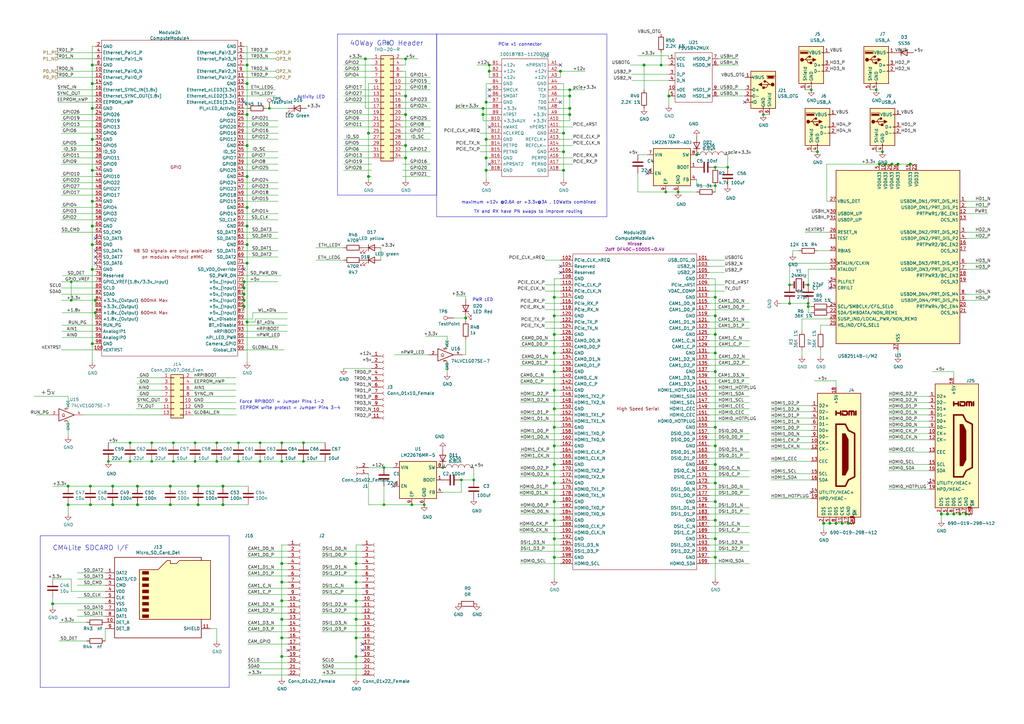
<source format=kicad_sch>
(kicad_sch (version 20201015) (generator eeschema)
  (paper "A3")
  (title_block (title "Compute Module 4-1") (rev "0.1"))
  (lib_symbols
    (symbol "CM4IO:74LVC1G07_copy"
      (property "Reference" "U" (at -2.54 3.81 0))
      (property "Value" "74LVC1G07_copy" (at 0 -3.81 0))
      (symbol "74LVC1G07_copy_1_1"
        (pin input line (at -7.62 0 0) (length 3.81) (name "~") (number "2"))
        (pin power_in line (at 0 -2.54 270) (length 0) (name "GND") (number "3"))
        (pin open_collector line (at 6.35 0 180) (length 3.81) (name "~") (number "4"))
        (pin power_in line (at 0 2.54 90) (length 0) (name "VCC") (number "5"))
      )
    )
    (symbol "CM4IO:ComputeModule4-CM4"
      (property "Reference" "Module" (at 113.03 -68.58 0))
      (property "Value" "ComputeModule4-CM4" (at 140.97 2.54 0))
      (property "Field4" "Hirose" (at 0 0 0))
      (property "Field5" "2x DF40C-100DS-0.4V" (at 0 -2.54 0))
      (symbol "ComputeModule4-CM4_1_0"
        (text "GPIO" (at 0 6.35 0) (effects (font (size 1.27 1.27))))
      )
      (symbol "ComputeModule4-CM4_1_1"
        (text "600mA Max" (at -8.89 -53.34 0) (effects (font (size 1.27 1.27))))
        (text "600mA Max" (at -8.89 -48.26 0) (effects (font (size 1.27 1.27))))
        (text "NB SD signals are only available" (at -1.27 -27.94 0) (effects (font (size 1.27 1.27))))
        (text "on modules without eMMC" (at -1.27 -30.48 0) (effects (font (size 1.27 1.27))))
        (pin power_in line (at 27.94 55.88 180) (length 2.54) (name "GND") (number "1"))
        (pin passive line (at -33.02 45.72 0) (length 2.54) (name "Ethernet_Pair0_N") (number "10"))
        (pin output line (at -33.02 -68.58 0) (length 2.54) (name "nEXTRST") (number "100"))
        (pin passive line (at 27.94 43.18 180) (length 2.54) (name "Ethernet_Pair2_P") (number "11"))
        (pin passive line (at -33.02 43.18 0) (length 2.54) (name "Ethernet_Pair0_P") (number "12"))
        (pin power_in line (at 27.94 40.64 180) (length 2.54) (name "GND") (number "13"))
        (pin power_in line (at -33.02 40.64 0) (length 2.54) (name "GND") (number "14"))
        (pin output line (at 27.94 38.1 180) (length 2.54) (name "Ethernet_nLED3(3.3v)") (number "15"))
        (pin input line (at -33.02 38.1 0) (length 2.54) (name "Ethernet_SYNC_IN(1.8v)") (number "16"))
        (pin output line (at 27.94 35.56 180) (length 2.54) (name "Ethernet_nLED2(3.3v)") (number "17"))
        (pin input line (at -33.02 35.56 0) (length 2.54) (name "Ethernet_SYNC_OUT(1.8v)") (number "18"))
        (pin output line (at 27.94 33.02 180) (length 2.54) (name "Ethernet_nLED1(3.3v)") (number "19"))
        (pin power_in line (at -33.02 55.88 0) (length 2.54) (name "GND") (number "2"))
        (pin passive line (at -33.02 33.02 0) (length 2.54) (name "EEPROM_nWP") (number "20"))
        (pin open_collector line (at 27.94 30.48 180) (length 2.54) (name "PI_nLED_Activity") (number "21"))
        (pin power_in line (at -33.02 30.48 0) (length 2.54) (name "GND") (number "22"))
        (pin power_in line (at 27.94 27.94 180) (length 2.54) (name "GND") (number "23"))
        (pin passive line (at -33.02 27.94 0) (length 2.54) (name "GPIO26") (number "24"))
        (pin passive line (at 27.94 25.4 180) (length 2.54) (name "GPIO21") (number "25"))
        (pin passive line (at -33.02 25.4 0) (length 2.54) (name "GPIO19") (number "26"))
        (pin passive line (at 27.94 22.86 180) (length 2.54) (name "GPIO20") (number "27"))
        (pin passive line (at -33.02 22.86 0) (length 2.54) (name "GPIO13") (number "28"))
        (pin passive line (at 27.94 20.32 180) (length 2.54) (name "GPIO16") (number "29"))
        (pin passive line (at 27.94 53.34 180) (length 2.54) (name "Ethernet_Pair3_P") (number "3"))
        (pin passive line (at -33.02 20.32 0) (length 2.54) (name "GPIO6") (number "30"))
        (pin passive line (at 27.94 17.78 180) (length 2.54) (name "GPIO12") (number "31"))
        (pin power_in line (at -33.02 17.78 0) (length 2.54) (name "GND") (number "32"))
        (pin power_in line (at 27.94 15.24 180) (length 2.54) (name "GND") (number "33"))
        (pin passive line (at -33.02 15.24 0) (length 2.54) (name "GPIO5") (number "34"))
        (pin passive line (at 27.94 12.7 180) (length 2.54) (name "ID_SC") (number "35"))
        (pin passive line (at -33.02 12.7 0) (length 2.54) (name "ID_SD") (number "36"))
        (pin passive line (at 27.94 10.16 180) (length 2.54) (name "GPIO7") (number "37"))
        (pin passive line (at -33.02 10.16 0) (length 2.54) (name "GPIO11") (number "38"))
        (pin passive line (at 27.94 7.62 180) (length 2.54) (name "GPIO8") (number "39"))
        (pin passive line (at -33.02 53.34 0) (length 2.54) (name "Ethernet_Pair1_P") (number "4"))
        (pin passive line (at -33.02 7.62 0) (length 2.54) (name "GPIO9") (number "40"))
        (pin passive line (at 27.94 5.08 180) (length 2.54) (name "GPIO25") (number "41"))
        (pin power_in line (at -33.02 5.08 0) (length 2.54) (name "GND") (number "42"))
        (pin power_in line (at 27.94 2.54 180) (length 2.54) (name "GND") (number "43"))
        (pin passive line (at -33.02 2.54 0) (length 2.54) (name "GPIO10") (number "44"))
        (pin passive line (at 27.94 0 180) (length 2.54) (name "GPIO24") (number "45"))
        (pin passive line (at -33.02 0 0) (length 2.54) (name "GPIO22") (number "46"))
        (pin passive line (at 27.94 -2.54 180) (length 2.54) (name "GPIO23") (number "47"))
        (pin passive line (at -33.02 -2.54 0) (length 2.54) (name "GPIO27") (number "48"))
        (pin passive line (at 27.94 -5.08 180) (length 2.54) (name "GPIO18") (number "49"))
        (pin passive line (at 27.94 50.8 180) (length 2.54) (name "Ethernet_Pair3_N") (number "5"))
        (pin passive line (at -33.02 -5.08 0) (length 2.54) (name "GPIO17") (number "50"))
        (pin passive line (at 27.94 -7.62 180) (length 2.54) (name "GPIO15") (number "51"))
        (pin power_in line (at -33.02 -7.62 0) (length 2.54) (name "GND") (number "52"))
        (pin power_in line (at 27.94 -10.16 180) (length 2.54) (name "GND") (number "53"))
        (pin passive line (at -33.02 -10.16 0) (length 2.54) (name "GPIO4") (number "54"))
        (pin passive line (at 27.94 -12.7 180) (length 2.54) (name "GPIO14") (number "55"))
        (pin passive line (at -33.02 -12.7 0) (length 2.54) (name "GPIO3") (number "56"))
        (pin passive line (at 27.94 -15.24 180) (length 2.54) (name "SD_CLK") (number "57"))
        (pin passive line (at -33.02 -15.24 0) (length 2.54) (name "GPIO2") (number "58"))
        (pin power_in line (at 27.94 -17.78 180) (length 2.54) (name "GND") (number "59"))
        (pin passive line (at -33.02 50.8 0) (length 2.54) (name "Ethernet_Pair1_N") (number "6"))
        (pin power_in line (at -33.02 -17.78 0) (length 2.54) (name "GND") (number "60"))
        (pin passive line (at 27.94 -20.32 180) (length 2.54) (name "SD_DAT3") (number "61"))
        (pin passive line (at -33.02 -20.32 0) (length 2.54) (name "SD_CMD") (number "62"))
        (pin passive line (at 27.94 -22.86 180) (length 2.54) (name "SD_DAT0") (number "63"))
        (pin passive line (at -33.02 -22.86 0) (length 2.54) (name "SD_DAT5") (number "64"))
        (pin power_in line (at 27.94 -25.4 180) (length 2.54) (name "GND") (number "65"))
        (pin power_in line (at -33.02 -25.4 0) (length 2.54) (name "GND") (number "66"))
        (pin passive line (at 27.94 -27.94 180) (length 2.54) (name "SD_DAT1") (number "67"))
        (pin passive line (at -33.02 -27.94 0) (length 2.54) (name "SD_DAT4") (number "68"))
        (pin passive line (at 27.94 -30.48 180) (length 2.54) (name "SD_DAT2") (number "69"))
        (pin power_in line (at 27.94 48.26 180) (length 2.54) (name "GND") (number "7"))
        (pin passive line (at -33.02 -30.48 0) (length 2.54) (name "SD_DAT7") (number "70"))
        (pin power_in line (at 27.94 -33.02 180) (length 2.54) (name "GND") (number "71"))
        (pin passive line (at -33.02 -33.02 0) (length 2.54) (name "SD_DAT6") (number "72"))
        (pin input line (at 27.94 -35.56 180) (length 2.54) (name "SD_VDD_Override") (number "73"))
        (pin power_in line (at -33.02 -35.56 0) (length 2.54) (name "GND") (number "74"))
        (pin output line (at 27.94 -38.1 180) (length 2.54) (name "SD_PWR_ON") (number "75"))
        (pin passive line (at -33.02 -38.1 0) (length 2.54) (name "Reserved") (number "76"))
        (pin power_in line (at 27.94 -40.64 180) (length 2.54) (name "+5v_(Input)") (number "77"))
        (pin power_in line (at -33.02 -40.64 0) (length 2.54) (name "GPIO_VREF(1.8v/3.3v_Input)") (number "78"))
        (pin power_in line (at 27.94 -43.18 180) (length 2.54) (name "+5v_(Input)") (number "79"))
        (pin power_in line (at -33.02 48.26 0) (length 2.54) (name "GND") (number "8"))
        (pin passive line (at -33.02 -43.18 0) (length 2.54) (name "SCL0") (number "80"))
        (pin power_in line (at 27.94 -45.72 180) (length 2.54) (name "+5v_(Input)") (number "81"))
        (pin passive line (at -33.02 -45.72 0) (length 2.54) (name "SDA0") (number "82"))
        (pin power_in line (at 27.94 -48.26 180) (length 2.54) (name "+5v_(Input)") (number "83"))
        (pin power_out line (at -33.02 -48.26 0) (length 2.54) (name "+3.3v_(Output)") (number "84"))
        (pin power_in line (at 27.94 -50.8 180) (length 2.54) (name "+5v_(Input)") (number "85"))
        (pin power_out line (at -33.02 -50.8 0) (length 2.54) (name "+3.3v_(Output)") (number "86"))
        (pin power_in line (at 27.94 -53.34 180) (length 2.54) (name "+5v_(Input)") (number "87"))
        (pin power_out line (at -33.02 -53.34 0) (length 2.54) (name "+1.8v_(Output)") (number "88"))
        (pin input line (at 27.94 -55.88 180) (length 2.54) (name "WL_nDisable") (number "89"))
        (pin passive line (at 27.94 45.72 180) (length 2.54) (name "Ethernet_Pair2_N") (number "9"))
        (pin power_out line (at -33.02 -55.88 0) (length 2.54) (name "+1.8v_(Output)") (number "90"))
        (pin input line (at 27.94 -58.42 180) (length 2.54) (name "BT_nDisable") (number "91"))
        (pin passive line (at -33.02 -58.42 0) (length 2.54) (name "RUN_PG") (number "92"))
        (pin input line (at 27.94 -60.96 180) (length 2.54) (name "nRPIBOOT") (number "93"))
        (pin passive line (at -33.02 -60.96 0) (length 2.54) (name "AnalogIP1") (number "94"))
        (pin output line (at 27.94 -63.5 180) (length 2.54) (name "nPI_LED_PWR") (number "95"))
        (pin passive line (at -33.02 -63.5 0) (length 2.54) (name "AnalogIP0") (number "96"))
        (pin passive line (at 27.94 -66.04 180) (length 2.54) (name "Camera_GPIO") (number "97"))
        (pin power_in line (at -33.02 -66.04 0) (length 2.54) (name "GND") (number "98"))
        (pin input line (at 27.94 -68.58 180) (length 2.54) (name "Global_EN") (number "99"))
      )
      (symbol "ComputeModule4-CM4_2_1"
        (text "High Speed Serial" (at 140.97 0 0) (effects (font (size 1.27 1.27))))
        (pin input line (at 170.18 60.96 180) (length 5.08) (name "USB_OTG_ID") (number "101"))
        (pin input line (at 109.22 60.96 0) (length 5.08) (name "PCIe_CLK_nREQ") (number "102"))
        (pin passive line (at 170.18 58.42 180) (length 5.08) (name "USB2_N") (number "103"))
        (pin passive line (at 109.22 58.42 0) (length 5.08) (name "Reserved") (number "104"))
        (pin passive line (at 170.18 55.88 180) (length 5.08) (name "USB2_P") (number "105"))
        (pin passive line (at 109.22 55.88 0) (length 5.08) (name "Reserved") (number "106"))
        (pin power_in line (at 170.18 53.34 180) (length 5.08) (name "GND") (number "107"))
        (pin power_in line (at 109.22 53.34 0) (length 5.08) (name "GND") (number "108"))
        (pin bidirectional line (at 170.18 50.8 180) (length 5.08) (name "PCIe_nRST") (number "109"))
        (pin output line (at 109.22 50.8 0) (length 5.08) (name "PCIe_CLK_P") (number "110"))
        (pin passive line (at 170.18 48.26 180) (length 5.08) (name "VDAC_COMP") (number "111"))
        (pin output line (at 109.22 48.26 0) (length 5.08) (name "PCIe_CLK_N") (number "112"))
        (pin power_in line (at 170.18 45.72 180) (length 5.08) (name "GND") (number "113"))
        (pin power_in line (at 109.22 45.72 0) (length 5.08) (name "GND") (number "114"))
        (pin input line (at 170.18 43.18 180) (length 5.08) (name "CAM1_D0_N") (number "115"))
        (pin input line (at 109.22 43.18 0) (length 5.08) (name "PCIe_RX_P") (number "116"))
        (pin input line (at 170.18 40.64 180) (length 5.08) (name "CAM1_D0_P") (number "117"))
        (pin input line (at 109.22 40.64 0) (length 5.08) (name "PCIe_RX_N") (number "118"))
        (pin power_in line (at 170.18 38.1 180) (length 5.08) (name "GND") (number "119"))
        (pin power_in line (at 109.22 38.1 0) (length 5.08) (name "GND") (number "120"))
        (pin input line (at 170.18 35.56 180) (length 5.08) (name "CAM1_D1_N") (number "121"))
        (pin output line (at 109.22 35.56 0) (length 5.08) (name "PCIe_TX_P") (number "122"))
        (pin input line (at 170.18 33.02 180) (length 5.08) (name "CAM1_D1_P") (number "123"))
        (pin output line (at 109.22 33.02 0) (length 5.08) (name "PCIe_TX_N") (number "124"))
        (pin power_in line (at 170.18 30.48 180) (length 5.08) (name "GND") (number "125"))
        (pin power_in line (at 109.22 30.48 0) (length 5.08) (name "GND") (number "126"))
        (pin input line (at 170.18 27.94 180) (length 5.08) (name "CAM1_C_N") (number "127"))
        (pin input line (at 109.22 27.94 0) (length 5.08) (name "CAM0_D0_N") (number "128"))
        (pin input line (at 170.18 25.4 180) (length 5.08) (name "CAM1_C_P") (number "129"))
        (pin input line (at 109.22 25.4 0) (length 5.08) (name "CAM0_D0_P") (number "130"))
        (pin power_in line (at 170.18 22.86 180) (length 5.08) (name "GND") (number "131"))
        (pin power_in line (at 109.22 22.86 0) (length 5.08) (name "GND") (number "132"))
        (pin input line (at 170.18 20.32 180) (length 5.08) (name "CAM1_D2_N") (number "133"))
        (pin input line (at 109.22 20.32 0) (length 5.08) (name "CAM0_D1_N") (number "134"))
        (pin input line (at 170.18 17.78 180) (length 5.08) (name "CAM1_D2_P") (number "135"))
        (pin input line (at 109.22 17.78 0) (length 5.08) (name "CAM0_D1_P") (number "136"))
        (pin power_in line (at 170.18 15.24 180) (length 5.08) (name "GND") (number "137"))
        (pin power_in line (at 109.22 15.24 0) (length 5.08) (name "GND") (number "138"))
        (pin input line (at 170.18 12.7 180) (length 5.08) (name "CAM1_D3_N") (number "139"))
        (pin input line (at 109.22 12.7 0) (length 5.08) (name "CAM0_C_N") (number "140"))
        (pin input line (at 170.18 10.16 180) (length 5.08) (name "CAM1_D3_P") (number "141"))
        (pin input line (at 109.22 10.16 0) (length 5.08) (name "CAM0_C_P") (number "142"))
        (pin input line (at 170.18 7.62 180) (length 5.08) (name "HDMI1_HOTPLUG") (number "143"))
        (pin power_in line (at 109.22 7.62 0) (length 5.08) (name "GND") (number "144"))
        (pin bidirectional line (at 170.18 5.08 180) (length 5.08) (name "HDMI1_SDA") (number "145"))
        (pin output line (at 109.22 5.08 0) (length 5.08) (name "HDMI1_TX2_P") (number "146"))
        (pin open_collector line (at 170.18 2.54 180) (length 5.08) (name "HDMI1_SCL") (number "147"))
        (pin output line (at 109.22 2.54 0) (length 5.08) (name "HDMI1_TX2_N") (number "148"))
        (pin open_collector line (at 170.18 0 180) (length 5.08) (name "HDMI1_CEC") (number "149"))
        (pin power_in line (at 109.22 0 0) (length 5.08) (name "GND") (number "150"))
        (pin open_collector line (at 170.18 -2.54 180) (length 5.08) (name "HDMI0_CEC") (number "151"))
        (pin output line (at 109.22 -2.54 0) (length 5.08) (name "HDMI1_TX1_P") (number "152"))
        (pin input line (at 170.18 -5.08 180) (length 5.08) (name "HDMI0_HOTPLUG") (number "153"))
        (pin output line (at 109.22 -5.08 0) (length 5.08) (name "HDMI1_TX1_N") (number "154"))
        (pin power_in line (at 170.18 -7.62 180) (length 5.08) (name "GND") (number "155"))
        (pin power_in line (at 109.22 -7.62 0) (length 5.08) (name "GND") (number "156"))
        (pin output line (at 170.18 -10.16 180) (length 5.08) (name "DSI0_D0_N") (number "157"))
        (pin output line (at 109.22 -10.16 0) (length 5.08) (name "HDMI1_TX0_P") (number "158"))
        (pin output line (at 170.18 -12.7 180) (length 5.08) (name "DSI0_D0_P") (number "159"))
        (pin output line (at 109.22 -12.7 0) (length 5.08) (name "HDMI1_TX0_N") (number "160"))
        (pin power_in line (at 170.18 -15.24 180) (length 5.08) (name "GND") (number "161"))
        (pin power_in line (at 109.22 -15.24 0) (length 5.08) (name "GND") (number "162"))
        (pin output line (at 170.18 -17.78 180) (length 5.08) (name "DSI0_D1_N") (number "163"))
        (pin output line (at 109.22 -17.78 0) (length 5.08) (name "HDMI1_CLK_P") (number "164"))
        (pin output line (at 170.18 -20.32 180) (length 5.08) (name "DSI0_D1_P") (number "165"))
        (pin output line (at 109.22 -20.32 0) (length 5.08) (name "HDMI1_CLK_N") (number "166"))
        (pin power_in line (at 170.18 -22.86 180) (length 5.08) (name "GND") (number "167"))
        (pin power_in line (at 109.22 -22.86 0) (length 5.08) (name "GND") (number "168"))
        (pin output line (at 170.18 -25.4 180) (length 5.08) (name "DSI0_C_N") (number "169"))
        (pin output line (at 109.22 -25.4 0) (length 5.08) (name "HDMI0_TX2_P") (number "170"))
        (pin output line (at 170.18 -27.94 180) (length 5.08) (name "DSI0_C_P") (number "171"))
        (pin output line (at 109.22 -27.94 0) (length 5.08) (name "HDMI0_TX2_N") (number "172"))
        (pin power_in line (at 170.18 -30.48 180) (length 5.08) (name "GND") (number "173"))
        (pin power_in line (at 109.22 -30.48 0) (length 5.08) (name "GND") (number "174"))
        (pin output line (at 170.18 -33.02 180) (length 5.08) (name "DSI1_D0_N") (number "175"))
        (pin output line (at 109.22 -33.02 0) (length 5.08) (name "HDMI0_TX1_P") (number "176"))
        (pin output line (at 170.18 -35.56 180) (length 5.08) (name "DSI1_D0_P") (number "177"))
        (pin output line (at 109.22 -35.56 0) (length 5.08) (name "HDMI0_TX1_N") (number "178"))
        (pin power_in line (at 170.18 -38.1 180) (length 5.08) (name "GND") (number "179"))
        (pin power_in line (at 109.22 -38.1 0) (length 5.08) (name "GND") (number "180"))
        (pin output line (at 170.18 -40.64 180) (length 5.08) (name "DSI1_D1_N") (number "181"))
        (pin output line (at 109.22 -40.64 0) (length 5.08) (name "HDMI0_TX0_P") (number "182"))
        (pin output line (at 170.18 -43.18 180) (length 5.08) (name "DSI1_D1_P") (number "183"))
        (pin output line (at 109.22 -43.18 0) (length 5.08) (name "HDMI0_TX0_N") (number "184"))
        (pin power_in line (at 170.18 -45.72 180) (length 5.08) (name "GND") (number "185"))
        (pin power_in line (at 109.22 -45.72 0) (length 5.08) (name "GND") (number "186"))
        (pin output line (at 170.18 -48.26 180) (length 5.08) (name "DSI1_C_N") (number "187"))
        (pin output line (at 109.22 -48.26 0) (length 5.08) (name "HDMI0_CLK_P") (number "188"))
        (pin output line (at 170.18 -50.8 180) (length 5.08) (name "DSI1_C_P") (number "189"))
        (pin output line (at 109.22 -50.8 0) (length 5.08) (name "HDMI0_CLK_N") (number "190"))
        (pin power_in line (at 170.18 -53.34 180) (length 5.08) (name "GND") (number "191"))
        (pin power_in line (at 109.22 -53.34 0) (length 5.08) (name "GND") (number "192"))
        (pin output line (at 170.18 -55.88 180) (length 5.08) (name "DSI1_D2_N") (number "193"))
        (pin output line (at 109.22 -55.88 0) (length 5.08) (name "DSI1_D3_N") (number "194"))
        (pin output line (at 170.18 -58.42 180) (length 5.08) (name "DSI1_D2_P") (number "195"))
        (pin output line (at 109.22 -58.42 0) (length 5.08) (name "DSI1_D3_P") (number "196"))
        (pin power_in line (at 170.18 -60.96 180) (length 5.08) (name "GND") (number "197"))
        (pin power_in line (at 109.22 -60.96 0) (length 5.08) (name "GND") (number "198"))
        (pin bidirectional line (at 170.18 -63.5 180) (length 5.08) (name "HDMI0_SDA") (number "199"))
        (pin open_collector line (at 109.22 -63.5 0) (length 5.08) (name "HDMI0_SCL") (number "200"))
      )
    )
    (symbol "CM4IO:FSUSB42MX"
      (property "Reference" "U" (at -7.62 20.32 0))
      (property "Value" "FSUSB42MX" (at -2.54 -2.54 0))
      (symbol "FSUSB42MX_0_0"
        (pin power_in line (at 8.89 16.51 180) (length 2.54) (name "VCC") (number "1"))
        (pin input line (at 8.89 3.81 180) (length 2.54) (name "nOE") (number "10"))
        (pin input line (at 8.89 13.97 180) (length 2.54) (name "SEL") (number "2"))
        (pin bidirectional line (at 8.89 10.16 180) (length 2.54) (name "D_P") (number "3"))
        (pin bidirectional line (at 8.89 7.62 180) (length 2.54) (name "D_N") (number "4"))
        (pin power_in line (at 8.89 1.27 180) (length 2.54) (name "GND") (number "5"))
        (pin bidirectional line (at -11.43 13.97 0) (length 2.54) (name "HSD0_M") (number "6"))
        (pin bidirectional line (at -11.43 16.51 0) (length 2.54) (name "HSD0_P") (number "7"))
        (pin bidirectional line (at -11.43 1.27 0) (length 2.54) (name "HSD1_M") (number "8"))
        (pin bidirectional line (at -11.43 3.81 0) (length 2.54) (name "HSD1_P") (number "9"))
      )
    )
    (symbol "CM4IO:HDMI_A_1.4"
      (property "Reference" "J" (at -6.35 26.67 0))
      (property "Value" "HDMI_A_1.4" (at 10.16 26.67 0))
      (symbol "HDMI_A_1.4_0_0"
        (pin passive line (at 7.62 -27.94 90) (length 2.54) (name "SH") (number "SH2"))
        (pin passive line (at 7.62 -27.94 90) (length 2.54) (name "SH") (number "SH3"))
        (pin passive line (at 7.62 -27.94 90) (length 2.54) (name "SH") (number "SH4"))
      )
      (symbol "HDMI_A_1.4_1_1"
        (pin passive line (at -10.16 20.32 0) (length 2.54) (name "D2+") (number "1"))
        (pin passive line (at -10.16 5.08 0) (length 2.54) (name "CK+") (number "10"))
        (pin power_in line (at 2.54 -27.94 90) (length 2.54) (name "CKS") (number "11"))
        (pin passive line (at -10.16 2.54 0) (length 2.54) (name "CK-") (number "12"))
        (pin bidirectional line (at -10.16 -2.54 0) (length 2.54) (name "CEC") (number "13"))
        (pin passive line (at -10.16 -15.24 0) (length 2.54) (name "UTILITY/HEAC+") (number "14"))
        (pin passive line (at -10.16 -7.62 0) (length 2.54) (name "SCL") (number "15"))
        (pin bidirectional line (at -10.16 -10.16 0) (length 2.54) (name "SDA") (number "16"))
        (pin power_in line (at 5.08 -27.94 90) (length 2.54) (name "GND") (number "17"))
        (pin power_in line (at 0 27.94 270) (length 2.54) (name "+5V") (number "18"))
        (pin passive line (at -10.16 -17.78 0) (length 2.54) (name "HPD/HEAC-") (number "19"))
        (pin power_in line (at -5.08 -27.94 90) (length 2.54) (name "D2S") (number "2"))
        (pin passive line (at -10.16 17.78 0) (length 2.54) (name "D2-") (number "3"))
        (pin passive line (at -10.16 15.24 0) (length 2.54) (name "D1+") (number "4"))
        (pin power_in line (at -2.54 -27.94 90) (length 2.54) (name "D1S") (number "5"))
        (pin passive line (at -10.16 12.7 0) (length 2.54) (name "D1-") (number "6"))
        (pin passive line (at -10.16 10.16 0) (length 2.54) (name "D0+") (number "7"))
        (pin power_in line (at 0 -27.94 90) (length 2.54) (name "D0S") (number "8"))
        (pin passive line (at -10.16 7.62 0) (length 2.54) (name "D0-") (number "9"))
        (pin passive line (at 7.62 -27.94 90) (length 2.54) (name "SH") (number "SH1"))
      )
    )
    (symbol "CM4IO:PCIe-x1"
      (property "Reference" "J" (at -13.97 36.83 0))
      (property "Value" "PCIe-x1" (at -5.08 -13.97 0))
      (symbol "PCIe-x1_0_0"
        (pin passive line (at 10.16 33.02 180) (length 5.08) (name "nPRSNT1") (number "A1"))
        (pin power_in line (at 10.16 10.16 180) (length 5.08) (name "+3.3V") (number "A10"))
        (pin input line (at 10.16 7.62 180) (length 5.08) (name "nPERST") (number "A11"))
        (pin power_in line (at 10.16 5.08 180) (length 5.08) (name "GND") (number "A12"))
        (pin input line (at 10.16 2.54 180) (length 5.08) (name "REFCLK+") (number "A13"))
        (pin input line (at 10.16 0 180) (length 5.08) (name "REFCLK-") (number "A14"))
        (pin power_in line (at 10.16 -2.54 180) (length 5.08) (name "GND") (number "A15"))
        (pin output line (at 10.16 -5.08 180) (length 5.08) (name "PERP0") (number "A16"))
        (pin output line (at 10.16 -7.62 180) (length 5.08) (name "PERN0") (number "A17"))
        (pin power_in line (at 10.16 -10.16 180) (length 5.08) (name "GND") (number "A18"))
        (pin power_in line (at 10.16 30.48 180) (length 5.08) (name "+12V") (number "A2"))
        (pin power_in line (at 10.16 27.94 180) (length 5.08) (name "+12V") (number "A3"))
        (pin power_in line (at 10.16 25.4 180) (length 5.08) (name "GND") (number "A4"))
        (pin input line (at 10.16 22.86 180) (length 5.08) (name "TCK") (number "A5"))
        (pin input line (at 10.16 20.32 180) (length 5.08) (name "TDI") (number "A6"))
        (pin output line (at 10.16 17.78 180) (length 5.08) (name "TD0") (number "A7"))
        (pin input line (at 10.16 15.24 180) (length 5.08) (name "TMS") (number "A8"))
        (pin power_in line (at 10.16 12.7 180) (length 5.08) (name "+3.3V") (number "A9"))
        (pin power_in line (at -19.05 33.02 0) (length 5.08) (name "+12v") (number "B1"))
        (pin power_in line (at -19.05 10.16 0) (length 5.08) (name "+3.3vAUX") (number "B10"))
        (pin open_collector line (at -19.05 7.62 0) (length 5.08) (name "nWAKE") (number "B11"))
        (pin open_collector line (at -19.05 5.08 0) (length 5.08) (name "nCLKREQ") (number "B12"))
        (pin power_in line (at -19.05 2.54 0) (length 5.08) (name "GND") (number "B13"))
        (pin input line (at -19.05 0 0) (length 5.08) (name "PETP0") (number "B14"))
        (pin input line (at -19.05 -2.54 0) (length 5.08) (name "PETN0") (number "B15"))
        (pin power_in line (at -19.05 -5.08 0) (length 5.08) (name "GND") (number "B16"))
        (pin passive line (at -19.05 -7.62 0) (length 5.08) (name "nPRSNT2") (number "B17"))
        (pin power_in line (at -19.05 -10.16 0) (length 5.08) (name "GND") (number "B18"))
        (pin power_in line (at -19.05 30.48 0) (length 5.08) (name "+12v") (number "B2"))
        (pin power_in line (at -19.05 27.94 0) (length 5.08) (name "+12v") (number "B3"))
        (pin power_in line (at -19.05 25.4 0) (length 5.08) (name "GND") (number "B4"))
        (pin passive line (at -19.05 22.86 0) (length 5.08) (name "SMCLK") (number "B5"))
        (pin passive line (at -19.05 20.32 0) (length 5.08) (name "SMDAT") (number "B6"))
        (pin power_in line (at -19.05 17.78 0) (length 5.08) (name "GND") (number "B7"))
        (pin power_in line (at -19.05 15.24 0) (length 5.08) (name "+3.3v") (number "B8"))
        (pin input line (at -19.05 12.7 0) (length 5.08) (name "nTRST") (number "B9"))
      )
    )
    (symbol "Connector:Conn_01x02_Female" (pin_names (offset 1.016) hide)
      (property "Reference" "J" (at 0 2.54 0))
      (property "Value" "Conn_01x02_Female" (at 0 -5.08 0))
      (symbol "Conn_01x02_Female_1_1"
        (pin passive line (at -5.08 0 0) (length 3.81) (name "Pin_1") (number "1"))
        (pin passive line (at -5.08 -2.54 0) (length 3.81) (name "Pin_2") (number "2"))
      )
    )
    (symbol "Connector:Conn_01x11_Female" (pin_names (offset 1.016) hide)
      (property "Reference" "J" (at 0 15.24 0))
      (property "Value" "Conn_01x11_Female" (at 0 -15.24 0))
      (symbol "Conn_01x11_Female_1_1"
        (pin passive line (at -5.08 12.7 0) (length 3.81) (name "Pin_1") (number "1"))
        (pin passive line (at -5.08 -10.16 0) (length 3.81) (name "Pin_10") (number "10"))
        (pin passive line (at -5.08 -12.7 0) (length 3.81) (name "Pin_11") (number "11"))
        (pin passive line (at -5.08 10.16 0) (length 3.81) (name "Pin_2") (number "2"))
        (pin passive line (at -5.08 7.62 0) (length 3.81) (name "Pin_3") (number "3"))
        (pin passive line (at -5.08 5.08 0) (length 3.81) (name "Pin_4") (number "4"))
        (pin passive line (at -5.08 2.54 0) (length 3.81) (name "Pin_5") (number "5"))
        (pin passive line (at -5.08 0 0) (length 3.81) (name "Pin_6") (number "6"))
        (pin passive line (at -5.08 -2.54 0) (length 3.81) (name "Pin_7") (number "7"))
        (pin passive line (at -5.08 -5.08 0) (length 3.81) (name "Pin_8") (number "8"))
        (pin passive line (at -5.08 -7.62 0) (length 3.81) (name "Pin_9") (number "9"))
      )
    )
    (symbol "Connector:Conn_01x22_Female" (pin_names hide)
      (property "Reference" "J" (at 0 27.94 0))
      (property "Value" "Conn_01x22_Female" (at 0 -30.48 0))
      (symbol "Conn_01x22_Female_1_1"
        (pin passive line (at -5.08 25.4 0) (length 3.81) (name "Pin_1") (number "1"))
        (pin passive line (at -5.08 2.54 0) (length 3.81) (name "Pin_10") (number "10"))
        (pin passive line (at -5.08 0 0) (length 3.81) (name "Pin_11") (number "11"))
        (pin passive line (at -5.08 -2.54 0) (length 3.81) (name "Pin_12") (number "12"))
        (pin passive line (at -5.08 -5.08 0) (length 3.81) (name "Pin_13") (number "13"))
        (pin passive line (at -5.08 -7.62 0) (length 3.81) (name "Pin_14") (number "14"))
        (pin passive line (at -5.08 -10.16 0) (length 3.81) (name "Pin_15") (number "15"))
        (pin passive line (at -5.08 -12.7 0) (length 3.81) (name "Pin_16") (number "16"))
        (pin passive line (at -5.08 -15.24 0) (length 3.81) (name "Pin_17") (number "17"))
        (pin passive line (at -5.08 -17.78 0) (length 3.81) (name "Pin_18") (number "18"))
        (pin passive line (at -5.08 -20.32 0) (length 3.81) (name "Pin_19") (number "19"))
        (pin passive line (at -5.08 22.86 0) (length 3.81) (name "Pin_2") (number "2"))
        (pin passive line (at -5.08 -22.86 0) (length 3.81) (name "Pin_20") (number "20"))
        (pin passive line (at -5.08 -25.4 0) (length 3.81) (name "Pin_21") (number "21"))
        (pin passive line (at -5.08 -27.94 0) (length 3.81) (name "Pin_22") (number "22"))
        (pin passive line (at -5.08 20.32 0) (length 3.81) (name "Pin_3") (number "3"))
        (pin passive line (at -5.08 17.78 0) (length 3.81) (name "Pin_4") (number "4"))
        (pin passive line (at -5.08 15.24 0) (length 3.81) (name "Pin_5") (number "5"))
        (pin passive line (at -5.08 12.7 0) (length 3.81) (name "Pin_6") (number "6"))
        (pin passive line (at -5.08 10.16 0) (length 3.81) (name "Pin_7") (number "7"))
        (pin passive line (at -5.08 7.62 0) (length 3.81) (name "Pin_8") (number "8"))
        (pin passive line (at -5.08 5.08 0) (length 3.81) (name "Pin_9") (number "9"))
      )
    )
    (symbol "Connector:Micro_SD_Card_Det"
      (property "Reference" "J" (at -16.51 17.78 0))
      (property "Value" "Micro_SD_Card_Det" (at 16.51 17.78 0))
      (symbol "Micro_SD_Card_Det_1_1"
        (pin bidirectional line (at -22.86 10.16 0) (length 3.81) (name "DAT2") (number "1"))
        (pin passive line (at -22.86 -10.16 0) (length 3.81) (name "DET_A") (number "10"))
        (pin passive line (at 20.32 -12.7 180) (length 3.81) (name "SHIELD") (number "11"))
        (pin bidirectional line (at -22.86 7.62 0) (length 3.81) (name "DAT3/CD") (number "2"))
        (pin input line (at -22.86 5.08 0) (length 3.81) (name "CMD") (number "3"))
        (pin power_in line (at -22.86 2.54 0) (length 3.81) (name "VDD") (number "4"))
        (pin input line (at -22.86 0 0) (length 3.81) (name "CLK") (number "5"))
        (pin power_in line (at -22.86 -2.54 0) (length 3.81) (name "VSS") (number "6"))
        (pin bidirectional line (at -22.86 -5.08 0) (length 3.81) (name "DAT0") (number "7"))
        (pin bidirectional line (at -22.86 -7.62 0) (length 3.81) (name "DAT1") (number "8"))
        (pin passive line (at -22.86 -12.7 0) (length 3.81) (name "DET_B") (number "9"))
      )
    )
    (symbol "Connector:TestPoint" (pin_numbers hide) (pin_names (offset 0.762) hide)
      (property "Reference" "TP" (at 0 6.858 0))
      (property "Value" "TestPoint" (at 0 5.08 0))
      (symbol "TestPoint_1_1"
        (pin passive line (at 0 0 90) (length 2.54) (name "1") (number "1"))
      )
    )
    (symbol "Connector:USB_A" (pin_names (offset 1.016))
      (property "Reference" "J" (at -5.08 11.43 0))
      (property "Value" "USB_A" (at -5.08 8.89 0))
      (symbol "USB_A_1_1"
        (pin power_in line (at 7.62 5.08 180) (length 2.54) (name "VBUS") (number "1"))
        (pin bidirectional line (at 7.62 -2.54 180) (length 2.54) (name "D-") (number "2"))
        (pin bidirectional line (at 7.62 0 180) (length 2.54) (name "D+") (number "3"))
        (pin power_in line (at 0 -10.16 90) (length 2.54) (name "GND") (number "4"))
        (pin passive line (at -2.54 -10.16 90) (length 2.54) (name "Shield") (number "5"))
      )
    )
    (symbol "Connector:USB_OTG"
      (property "Reference" "J" (at -5.08 11.43 0))
      (property "Value" "USB_OTG" (at -5.08 8.89 0))
      (symbol "USB_OTG_1_1"
        (pin power_in line (at 7.62 5.08 180) (length 2.54) (name "VBUS") (number "1"))
        (pin passive line (at 7.62 -2.54 180) (length 2.54) (name "D-") (number "2"))
        (pin passive line (at 7.62 0 180) (length 2.54) (name "D+") (number "3"))
        (pin passive line (at 7.62 -5.08 180) (length 2.54) (name "ID") (number "4"))
        (pin power_in line (at 0 -10.16 90) (length 2.54) (name "GND") (number "5"))
        (pin passive line (at -2.54 -10.16 90) (length 2.54) (name "Shield") (number "6"))
      )
    )
    (symbol "Connector_Generic:Conn_02x07_Odd_Even" (pin_names hide)
      (property "Reference" "J" (at 1.27 10.16 0))
      (property "Value" "Conn_02x07_Odd_Even" (at 1.27 -10.16 0))
      (symbol "Conn_02x07_Odd_Even_1_1"
        (pin passive line (at -5.08 7.62 0) (length 3.81) (name "Pin_1") (number "1"))
        (pin passive line (at 7.62 -2.54 180) (length 3.81) (name "Pin_10") (number "10"))
        (pin passive line (at -5.08 -5.08 0) (length 3.81) (name "Pin_11") (number "11"))
        (pin passive line (at 7.62 -5.08 180) (length 3.81) (name "Pin_12") (number "12"))
        (pin passive line (at -5.08 -7.62 0) (length 3.81) (name "Pin_13") (number "13"))
        (pin passive line (at 7.62 -7.62 180) (length 3.81) (name "Pin_14") (number "14"))
        (pin passive line (at 7.62 7.62 180) (length 3.81) (name "Pin_2") (number "2"))
        (pin passive line (at -5.08 5.08 0) (length 3.81) (name "Pin_3") (number "3"))
        (pin passive line (at 7.62 5.08 180) (length 3.81) (name "Pin_4") (number "4"))
        (pin passive line (at -5.08 2.54 0) (length 3.81) (name "Pin_5") (number "5"))
        (pin passive line (at 7.62 2.54 180) (length 3.81) (name "Pin_6") (number "6"))
        (pin passive line (at -5.08 0 0) (length 3.81) (name "Pin_7") (number "7"))
        (pin passive line (at 7.62 0 180) (length 3.81) (name "Pin_8") (number "8"))
        (pin passive line (at -5.08 -2.54 0) (length 3.81) (name "Pin_9") (number "9"))
      )
    )
    (symbol "Connector_Generic:Conn_02x17_Odd_Even" (pin_names (offset 1.016) hide)
      (property "Reference" "J" (at 1.27 22.86 0))
      (property "Value" "Conn_02x17_Odd_Even" (at 1.27 -22.86 0))
      (symbol "Conn_02x17_Odd_Even_1_1"
        (pin passive line (at -5.08 20.32 0) (length 3.81) (name "Pin_1") (number "1"))
        (pin passive line (at 7.62 10.16 180) (length 3.81) (name "Pin_10") (number "10"))
        (pin passive line (at -5.08 7.62 0) (length 3.81) (name "Pin_11") (number "11"))
        (pin passive line (at 7.62 7.62 180) (length 3.81) (name "Pin_12") (number "12"))
        (pin passive line (at -5.08 5.08 0) (length 3.81) (name "Pin_13") (number "13"))
        (pin passive line (at 7.62 5.08 180) (length 3.81) (name "Pin_14") (number "14"))
        (pin passive line (at -5.08 2.54 0) (length 3.81) (name "Pin_15") (number "15"))
        (pin passive line (at 7.62 2.54 180) (length 3.81) (name "Pin_16") (number "16"))
        (pin passive line (at -5.08 0 0) (length 3.81) (name "Pin_17") (number "17"))
        (pin passive line (at 7.62 0 180) (length 3.81) (name "Pin_18") (number "18"))
        (pin passive line (at -5.08 -2.54 0) (length 3.81) (name "Pin_19") (number "19"))
        (pin passive line (at 7.62 20.32 180) (length 3.81) (name "Pin_2") (number "2"))
        (pin passive line (at 7.62 -2.54 180) (length 3.81) (name "Pin_20") (number "20"))
        (pin passive line (at -5.08 -5.08 0) (length 3.81) (name "Pin_21") (number "21"))
        (pin passive line (at 7.62 -5.08 180) (length 3.81) (name "Pin_22") (number "22"))
        (pin passive line (at -5.08 -7.62 0) (length 3.81) (name "Pin_23") (number "23"))
        (pin passive line (at 7.62 -7.62 180) (length 3.81) (name "Pin_24") (number "24"))
        (pin passive line (at -5.08 -10.16 0) (length 3.81) (name "Pin_25") (number "25"))
        (pin passive line (at 7.62 -10.16 180) (length 3.81) (name "Pin_26") (number "26"))
        (pin passive line (at -5.08 -12.7 0) (length 3.81) (name "Pin_27") (number "27"))
        (pin passive line (at 7.62 -12.7 180) (length 3.81) (name "Pin_28") (number "28"))
        (pin passive line (at -5.08 -15.24 0) (length 3.81) (name "Pin_29") (number "29"))
        (pin passive line (at -5.08 17.78 0) (length 3.81) (name "Pin_3") (number "3"))
        (pin passive line (at 7.62 -15.24 180) (length 3.81) (name "Pin_30") (number "30"))
        (pin passive line (at -5.08 -17.78 0) (length 3.81) (name "Pin_31") (number "31"))
        (pin passive line (at 7.62 -17.78 180) (length 3.81) (name "Pin_32") (number "32"))
        (pin passive line (at -5.08 -20.32 0) (length 3.81) (name "Pin_33") (number "33"))
        (pin passive line (at 7.62 -20.32 180) (length 3.81) (name "Pin_34") (number "34"))
        (pin passive line (at 7.62 17.78 180) (length 3.81) (name "Pin_4") (number "4"))
        (pin passive line (at -5.08 15.24 0) (length 3.81) (name "Pin_5") (number "5"))
        (pin passive line (at 7.62 15.24 180) (length 3.81) (name "Pin_6") (number "6"))
        (pin passive line (at -5.08 12.7 0) (length 3.81) (name "Pin_7") (number "7"))
        (pin passive line (at 7.62 12.7 180) (length 3.81) (name "Pin_8") (number "8"))
        (pin passive line (at -5.08 10.16 0) (length 3.81) (name "Pin_9") (number "9"))
      )
    )
    (symbol "Device:C" (pin_numbers hide) (pin_names (offset 0.254))
      (property "Reference" "C" (at 0.635 2.54 0))
      (property "Value" "C" (at 0.635 -2.54 0))
      (symbol "C_1_1"
        (pin passive line (at 0 3.81 270) (length 2.794) (name "~") (number "1"))
        (pin passive line (at 0 -3.81 90) (length 2.794) (name "~") (number "2"))
      )
    )
    (symbol "Device:Crystal" (pin_numbers hide) (pin_names hide)
      (property "Reference" "Y" (at 0 3.81 0))
      (property "Value" "Crystal" (at 0 -3.81 0))
      (symbol "Crystal_1_1"
        (pin passive line (at -3.81 0 0) (length 1.27) (name "1") (number "1"))
        (pin passive line (at 3.81 0 180) (length 1.27) (name "2") (number "3"))
      )
    )
    (symbol "Device:D" (pin_numbers hide) (pin_names (offset 1.016) hide)
      (property "Reference" "D" (at 0 2.54 0))
      (property "Value" "D" (at 0 -2.54 0))
      (symbol "D_1_1"
        (pin passive line (at -3.81 0 0) (length 2.54) (name "K") (number "1"))
        (pin passive line (at 3.81 0 180) (length 2.54) (name "A") (number "2"))
      )
    )
    (symbol "Device:LED" (pin_numbers hide) (pin_names hide)
      (property "Reference" "D" (at 0 2.54 0))
      (property "Value" "LED" (at 0 -2.54 0))
      (symbol "LED_1_1"
        (pin passive line (at -3.81 0 0) (length 2.54) (name "K") (number "1"))
        (pin passive line (at 3.81 0 180) (length 2.54) (name "A") (number "2"))
      )
    )
    (symbol "Device:LED_1" (pin_numbers hide) (pin_names (offset 1.016) hide)
      (property "Reference" "D" (at 0 2.54 0))
      (property "Value" "LED" (at 0 -2.54 0))
      (symbol "LED_1_1_1"
        (pin passive line (at -3.81 0 0) (length 2.54) (name "K") (number "1"))
        (pin passive line (at 3.81 0 180) (length 2.54) (name "A") (number "2"))
      )
    )
    (symbol "Device:R" (pin_numbers hide) (pin_names (offset 0))
      (property "Reference" "R" (at 2.032 0 90))
      (property "Value" "R" (at 0 0 90))
      (symbol "R_1_1"
        (pin passive line (at 0 3.81 270) (length 1.27) (name "~") (number "1"))
        (pin passive line (at 0 -3.81 90) (length 1.27) (name "~") (number "2"))
      )
    )
    (symbol "Interface_USB:USB2514B_Bi"
      (property "Reference" "U" (at -17.78 40.64 0))
      (property "Value" "USB2514B_Bi" (at -20.32 38.1 0))
      (symbol "USB2514B_Bi_1_1"
        (pin bidirectional line (at 27.94 22.86 180) (length 2.54) (name "USBDM_DN1/PRT_DIS_M1") (number "1"))
        (pin power_in line (at -5.08 38.1 270) (length 2.54) (name "VDDA33") (number "10"))
        (pin input line (at -27.94 7.62 0) (length 2.54) (name "TEST") (number "11"))
        (pin bidirectional line (at 27.94 17.78 180) (length 2.54) (name "PRTPWR1/BC_EN1") (number "12"))
        (pin input line (at 27.94 15.24 180) (length 2.54) (name "OCS_N1") (number "13"))
        (pin input line (at -27.94 -12.7 0) (length 2.54) (name "CRFILT") (number "14"))
        (pin power_in line (at 5.08 38.1 270) (length 2.54) (name "VDD33") (number "15"))
        (pin bidirectional line (at 27.94 5.08 180) (length 2.54) (name "PRTPWR2/BC_EN2") (number "16"))
        (pin input line (at 27.94 2.54 180) (length 2.54) (name "OCS_N2") (number "17"))
        (pin bidirectional line (at 27.94 -7.62 180) (length 2.54) (name "PRTPWR3/BC_EN3") (number "18"))
        (pin input line (at 27.94 -10.16 180) (length 2.54) (name "OCS_N3") (number "19"))
        (pin bidirectional line (at 27.94 20.32 180) (length 2.54) (name "USBDP_DN1/PRT_DIS_P1") (number "2"))
        (pin bidirectional line (at 27.94 -20.32 180) (length 2.54) (name "PRTPWR4/BC_EN4") (number "20"))
        (pin input line (at 27.94 -22.86 180) (length 2.54) (name "OCS_N4") (number "21"))
        (pin bidirectional line (at -27.94 -22.86 0) (length 2.54) (name "SDA/SMBDATA/NON_REM1") (number "22"))
        (pin power_in line (at 7.62 38.1 270) (length 2.54) (name "VDD33") (number "23"))
        (pin bidirectional line (at -27.94 -20.32 0) (length 2.54) (name "SCL/SMBCLK/CFG_SEL0") (number "24"))
        (pin bidirectional line (at -27.94 -27.94 0) (length 2.54) (name "HS_IND/CFG_SEL1") (number "25"))
        (pin input line (at -27.94 10.16 0) (length 2.54) (name "RESET_N") (number "26"))
        (pin input line (at -27.94 22.86 0) (length 2.54) (name "VBUS_DET") (number "27"))
        (pin bidirectional line (at -27.94 -25.4 0) (length 2.54) (name "SUSP_IND/LOCAL_PWR/NON_REM0") (number "28"))
        (pin power_in line (at -2.54 38.1 270) (length 2.54) (name "VDDA33") (number "29"))
        (pin bidirectional line (at 27.94 10.16 180) (length 2.54) (name "USBDM_DN2/PRT_DIS_M2") (number "3"))
        (pin bidirectional line (at -27.94 17.78 0) (length 2.54) (name "USBDM_UP") (number "30"))
        (pin bidirectional line (at -27.94 15.24 0) (length 2.54) (name "USBDP_UP") (number "31"))
        (pin output line (at -27.94 -5.08 0) (length 2.54) (name "XTALOUT") (number "32"))
        (pin input clock (at -27.94 -2.54 0) (length 2.54) (name "XTALIN/CLKIN") (number "33"))
        (pin input line (at -27.94 -10.16 0) (length 2.54) (name "PLLFILT") (number "34"))
        (pin input line (at -27.94 2.54 0) (length 2.54) (name "RBIAS") (number "35"))
        (pin power_in line (at 0 38.1 270) (length 2.54) (name "VDDA33") (number "36"))
        (pin power_in line (at 0 -38.1 90) (length 2.54) (name "VSS") (number "37"))
        (pin bidirectional line (at 27.94 7.62 180) (length 2.54) (name "USBDP_DN2/PRT_DIS_P2") (number "4"))
        (pin power_in line (at -7.62 38.1 270) (length 2.54) (name "VDDA33") (number "5"))
        (pin bidirectional line (at 27.94 -2.54 180) (length 2.54) (name "USBDM_DN3/PRT_DIS_M3") (number "6"))
        (pin bidirectional line (at 27.94 -5.08 180) (length 2.54) (name "USBDP_DN3/PRT_DIS_P3") (number "7"))
        (pin bidirectional line (at 27.94 -15.24 180) (length 2.54) (name "USBDM_DN4/PRT_DIS_M4") (number "8"))
        (pin bidirectional line (at 27.94 -17.78 180) (length 2.54) (name "USBDP_DN4/PRT_DIS_P4") (number "9"))
      )
    )
    (symbol "Regulator_Switching:LM22676MR-ADJ"
      (property "Reference" "U" (at -6.35 8.89 0))
      (property "Value" "LM22676MR-ADJ" (at 5.08 8.89 0))
      (symbol "LM22676MR-ADJ_1_1"
        (pin input line (at 10.16 0 180) (length 2.54) (name "BOOT") (number "1"))
        (pin unconnected line (at -7.62 2.54 0) (length 2.54) hide (name "NC") (number "2"))
        (pin unconnected line (at -7.62 0 0) (length 2.54) hide (name "NC") (number "3"))
        (pin input line (at 10.16 -5.08 180) (length 2.54) (name "FB") (number "4"))
        (pin input line (at -10.16 -2.54 0) (length 2.54) (name "EN") (number "5"))
        (pin power_in line (at 2.54 -10.16 90) (length 2.54) (name "GND") (number "6"))
        (pin power_in line (at -10.16 5.08 0) (length 2.54) (name "VIN") (number "7"))
        (pin power_out line (at 10.16 5.08 180) (length 2.54) (name "SW") (number "8"))
        (pin power_in line (at -2.54 -10.16 90) (length 2.54) (name "EP") (number "9"))
      )
    )
    (symbol "power:GND" (power) (pin_names (offset 0))
      (property "Value" "GND" (at 0 -3.81 0))
      (symbol "GND_1_1"
        (pin power_in line (at 0 0 270) (length 0) hide (name "GND") (number "1"))
      )
    )
    (symbol "pspice:INDUCTOR" (pin_numbers hide) (pin_names (offset 0))
      (property "Reference" "L" (at 0 2.54 0))
      (property "Value" "INDUCTOR" (at 0 -1.27 0))
      (symbol "INDUCTOR_1_1"
        (pin input line (at -6.35 0 0) (length 1.27) (name "1") (number "1"))
        (pin input line (at 6.35 0 180) (length 1.27) (name "2") (number "2"))
      )
    )
  )
  (junction (at 21.59 247.65) (diameter 1.016))
  (junction (at 27.94 199.39) (diameter 1.016))
  (junction (at 27.94 207.01) (diameter 1.016))
  (junction (at 29.21 115.57) (diameter 0.9144))
  (junction (at 29.21 123.19) (diameter 0.9144))
  (junction (at 37.084 199.39) (diameter 1.016))
  (junction (at 37.084 207.01) (diameter 1.016))
  (junction (at 37.846 26.67) (diameter 1.016))
  (junction (at 37.846 34.29) (diameter 1.016))
  (junction (at 37.846 44.45) (diameter 1.016))
  (junction (at 37.846 57.15) (diameter 1.016))
  (junction (at 37.846 69.85) (diameter 1.016))
  (junction (at 37.846 82.55) (diameter 1.016))
  (junction (at 37.846 92.71) (diameter 1.016))
  (junction (at 37.846 100.33) (diameter 1.016))
  (junction (at 37.846 110.49) (diameter 1.016))
  (junction (at 37.846 140.97) (diameter 1.016))
  (junction (at 39.116 123.19) (diameter 1.016))
  (junction (at 39.116 128.27) (diameter 1.016))
  (junction (at 44.45 189.23) (diameter 0.9144))
  (junction (at 46.228 199.39) (diameter 1.016))
  (junction (at 46.228 207.01) (diameter 1.016))
  (junction (at 53.34 181.61) (diameter 0.9144))
  (junction (at 53.34 189.23) (diameter 0.9144))
  (junction (at 56.388 199.39) (diameter 1.016))
  (junction (at 56.388 207.01) (diameter 1.016))
  (junction (at 62.23 181.61) (diameter 0.9144))
  (junction (at 62.23 189.23) (diameter 0.9144))
  (junction (at 69.85 199.39) (diameter 1.016))
  (junction (at 69.85 207.01) (diameter 1.016))
  (junction (at 71.12 181.61) (diameter 0.9144))
  (junction (at 71.12 189.23) (diameter 0.9144))
  (junction (at 80.01 181.61) (diameter 0.9144))
  (junction (at 80.01 189.23) (diameter 0.9144))
  (junction (at 81.28 199.39) (diameter 1.016))
  (junction (at 81.28 207.01) (diameter 1.016))
  (junction (at 88.9 181.61) (diameter 0.9144))
  (junction (at 88.9 189.23) (diameter 0.9144))
  (junction (at 91.44 199.39) (diameter 1.016))
  (junction (at 91.44 207.01) (diameter 1.016))
  (junction (at 97.79 181.61) (diameter 0.9144))
  (junction (at 97.79 189.23) (diameter 0.9144))
  (junction (at 100.076 115.57) (diameter 1.016))
  (junction (at 100.076 118.11) (diameter 1.016))
  (junction (at 100.076 120.65) (diameter 1.016))
  (junction (at 100.076 123.19) (diameter 1.016))
  (junction (at 100.076 125.73) (diameter 1.016))
  (junction (at 101.346 26.67) (diameter 1.016))
  (junction (at 101.346 34.29) (diameter 1.016))
  (junction (at 101.346 46.99) (diameter 1.016))
  (junction (at 101.346 59.69) (diameter 1.016))
  (junction (at 101.346 72.39) (diameter 1.016))
  (junction (at 101.346 85.09) (diameter 1.016))
  (junction (at 101.346 92.71) (diameter 1.016))
  (junction (at 101.346 100.33) (diameter 1.016))
  (junction (at 101.346 107.95) (diameter 1.016))
  (junction (at 101.346 132.08) (diameter 1.016))
  (junction (at 106.68 181.61) (diameter 0.9144))
  (junction (at 106.68 189.23) (diameter 0.9144))
  (junction (at 110.49 44.45) (diameter 0.9144))
  (junction (at 115.57 181.61) (diameter 0.9144))
  (junction (at 115.57 189.23) (diameter 0.9144))
  (junction (at 115.57 231.14) (diameter 1.016))
  (junction (at 115.57 238.76) (diameter 1.016))
  (junction (at 115.57 246.38) (diameter 1.016))
  (junction (at 115.57 254) (diameter 1.016))
  (junction (at 115.57 261.62) (diameter 1.016))
  (junction (at 115.57 269.24) (diameter 1.016))
  (junction (at 124.46 181.61) (diameter 0.9144))
  (junction (at 124.46 189.23) (diameter 0.9144))
  (junction (at 146.05 231.14) (diameter 1.016))
  (junction (at 146.05 238.76) (diameter 1.016))
  (junction (at 146.05 246.38) (diameter 1.016))
  (junction (at 146.05 254) (diameter 1.016))
  (junction (at 146.05 261.62) (diameter 1.016))
  (junction (at 146.05 269.24) (diameter 1.016))
  (junction (at 149.86 24.13) (diameter 1.016))
  (junction (at 151.13 54.61) (diameter 1.016))
  (junction (at 151.13 72.39) (diameter 1.016))
  (junction (at 157.48 191.77) (diameter 0.9144))
  (junction (at 157.48 207.01) (diameter 0.9144))
  (junction (at 166.37 24.13) (diameter 1.016))
  (junction (at 166.37 39.37) (diameter 1.016))
  (junction (at 166.37 46.99) (diameter 1.016))
  (junction (at 166.37 59.69) (diameter 1.016))
  (junction (at 166.37 64.77) (diameter 1.016))
  (junction (at 168.91 207.01) (diameter 0.9144))
  (junction (at 173.99 207.01) (diameter 0.9144))
  (junction (at 181.61 191.77) (diameter 0.9144))
  (junction (at 189.23 196.85) (diameter 0.9144))
  (junction (at 191.008 130.429) (diameter 1.016))
  (junction (at 194.31 196.85) (diameter 0.9144))
  (junction (at 198.12 44.45) (diameter 1.016))
  (junction (at 198.12 46.99) (diameter 1.016))
  (junction (at 199.39 41.91) (diameter 1.016))
  (junction (at 199.39 57.15) (diameter 1.016))
  (junction (at 199.39 64.77) (diameter 1.016))
  (junction (at 199.39 69.85) (diameter 1.016))
  (junction (at 200.66 26.67) (diameter 0.9144))
  (junction (at 200.66 29.21) (diameter 1.016))
  (junction (at 227.33 121.92) (diameter 1.016))
  (junction (at 227.33 129.54) (diameter 1.016))
  (junction (at 227.33 137.16) (diameter 1.016))
  (junction (at 227.33 144.78) (diameter 1.016))
  (junction (at 227.33 152.4) (diameter 1.016))
  (junction (at 227.33 160.02) (diameter 1.016))
  (junction (at 227.33 167.64) (diameter 1.016))
  (junction (at 227.33 175.26) (diameter 1.016))
  (junction (at 227.33 182.88) (diameter 1.016))
  (junction (at 227.33 190.5) (diameter 1.016))
  (junction (at 227.33 198.12) (diameter 1.016))
  (junction (at 227.33 205.74) (diameter 1.016))
  (junction (at 227.33 213.36) (diameter 1.016))
  (junction (at 227.33 220.98) (diameter 1.016))
  (junction (at 227.33 228.6) (diameter 1.016))
  (junction (at 229.87 29.21) (diameter 1.016))
  (junction (at 231.14 54.61) (diameter 1.016))
  (junction (at 231.14 62.23) (diameter 1.016))
  (junction (at 231.14 69.85) (diameter 1.016))
  (junction (at 233.68 36.83) (diameter 1.016))
  (junction (at 233.68 39.37) (diameter 1.016))
  (junction (at 233.68 44.45) (diameter 1.016))
  (junction (at 233.68 46.99) (diameter 1.016))
  (junction (at 264.16 26.67) (diameter 1.016))
  (junction (at 271.145 26.67) (diameter 0.9144))
  (junction (at 273.05 78.74) (diameter 0.9144))
  (junction (at 274.32 39.37) (diameter 1.016))
  (junction (at 278.13 78.74) (diameter 0.9144))
  (junction (at 285.75 63.5) (diameter 0.9144))
  (junction (at 293.37 68.58) (diameter 0.9144))
  (junction (at 293.37 76.2) (diameter 0.9144))
  (junction (at 293.37 121.92) (diameter 1.016))
  (junction (at 293.37 129.54) (diameter 1.016))
  (junction (at 293.37 137.16) (diameter 1.016))
  (junction (at 293.37 144.78) (diameter 1.016))
  (junction (at 293.37 152.4) (diameter 1.016))
  (junction (at 293.37 175.26) (diameter 1.016))
  (junction (at 293.37 182.88) (diameter 1.016))
  (junction (at 293.37 190.5) (diameter 1.016))
  (junction (at 293.37 198.12) (diameter 1.016))
  (junction (at 293.37 205.74) (diameter 1.016))
  (junction (at 293.37 213.36) (diameter 1.016))
  (junction (at 293.37 220.98) (diameter 1.016))
  (junction (at 293.37 228.6) (diameter 1.016))
  (junction (at 298.45 68.58) (diameter 0.9144))
  (junction (at 313.055 46.99) (diameter 0.9144))
  (junction (at 323.85 116.84) (diameter 0.9144))
  (junction (at 323.85 124.46) (diameter 0.9144))
  (junction (at 331.47 116.84) (diameter 0.9144))
  (junction (at 331.47 124.46) (diameter 0.9144))
  (junction (at 331.47 125.73) (diameter 0.9144))
  (junction (at 332.74 36.83) (diameter 0.9144))
  (junction (at 335.28 62.23) (diameter 0.9144))
  (junction (at 337.82 214.63) (diameter 1.016))
  (junction (at 340.36 214.63) (diameter 1.016))
  (junction (at 342.9 214.63) (diameter 1.016))
  (junction (at 345.44 214.63) (diameter 1.016))
  (junction (at 347.98 214.63) (diameter 1.016))
  (junction (at 359.41 36.83) (diameter 0.9144))
  (junction (at 360.68 67.31) (diameter 1.016))
  (junction (at 361.95 62.23) (diameter 0.9144))
  (junction (at 363.22 67.31) (diameter 1.016))
  (junction (at 365.76 67.31) (diameter 1.016))
  (junction (at 368.3 67.31) (diameter 1.016))
  (junction (at 373.38 67.31) (diameter 1.016))
  (junction (at 386.08 210.82) (diameter 1.016))
  (junction (at 388.62 210.82) (diameter 1.016))
  (junction (at 391.16 210.82) (diameter 1.016))
  (junction (at 393.7 210.82) (diameter 1.016))
  (junction (at 396.24 210.82) (diameter 1.016))
  (no_connect (at 200.66 52.07))
  (no_connect (at 39.116 102.87))
  (no_connect (at 39.116 105.41))
  (no_connect (at 100.076 110.49))
  (no_connect (at 200.66 39.37))
  (no_connect (at 229.87 109.22))
  (no_connect (at 340.36 118.11))
  (no_connect (at 118.11 266.7))
  (no_connect (at 229.87 26.67))
  (no_connect (at 100.076 41.91))
  (no_connect (at 39.116 97.79))
  (no_connect (at 265.43 71.12))
  (no_connect (at 229.87 111.76))
  (no_connect (at 200.66 67.31))
  (no_connect (at 148.59 266.7))
  (no_connect (at 148.59 264.16))
  (no_connect (at 332.74 201.93))
  (no_connect (at 39.116 107.95))
  (no_connect (at 161.29 199.39))
  (no_connect (at 229.87 41.91))
  (no_connect (at 305.435 41.91))
  (no_connect (at 200.66 36.83))
  (no_connect (at 340.36 115.57))
  (no_connect (at 381 198.12))
  (wire (pts (xy 13.97 162.56) (xy 27.94 162.56)))
  (wire (pts (xy 14.986 170.18) (xy 20.32 170.18)))
  (wire (pts (xy 21.59 199.39) (xy 27.94 199.39)))
  (wire (pts (xy 21.59 237.49) (xy 29.21 237.49)))
  (wire (pts (xy 21.59 245.11) (xy 21.59 247.65)))
  (wire (pts (xy 21.59 247.65) (xy 21.59 248.92)))
  (wire (pts (xy 21.59 247.65) (xy 43.18 247.65)))
  (wire (pts (xy 23.876 21.59) (xy 39.116 21.59)))
  (wire (pts (xy 23.876 24.13) (xy 39.116 24.13)))
  (wire (pts (xy 23.876 29.21) (xy 39.116 29.21)))
  (wire (pts (xy 23.876 31.75) (xy 39.116 31.75)))
  (wire (pts (xy 23.876 36.83) (xy 39.116 36.83)))
  (wire (pts (xy 23.876 39.37) (xy 39.116 39.37)))
  (wire (pts (xy 23.876 41.91) (xy 39.116 41.91)))
  (wire (pts (xy 24.13 255.27) (xy 35.56 255.27)))
  (wire (pts (xy 24.13 262.89) (xy 35.56 262.89)))
  (wire (pts (xy 25.146 46.99) (xy 39.116 46.99)))
  (wire (pts (xy 25.146 49.53) (xy 39.116 49.53)))
  (wire (pts (xy 25.146 52.07) (xy 39.116 52.07)))
  (wire (pts (xy 25.146 54.61) (xy 39.116 54.61)))
  (wire (pts (xy 25.146 59.69) (xy 39.116 59.69)))
  (wire (pts (xy 25.146 62.23) (xy 39.116 62.23)))
  (wire (pts (xy 25.146 64.77) (xy 39.116 64.77)))
  (wire (pts (xy 25.146 67.31) (xy 39.116 67.31)))
  (wire (pts (xy 25.146 72.39) (xy 39.116 72.39)))
  (wire (pts (xy 25.146 74.93) (xy 39.116 74.93)))
  (wire (pts (xy 25.146 77.47) (xy 39.116 77.47)))
  (wire (pts (xy 25.146 80.01) (xy 39.116 80.01)))
  (wire (pts (xy 25.146 85.09) (xy 39.116 85.09)))
  (wire (pts (xy 25.146 87.63) (xy 39.116 87.63)))
  (wire (pts (xy 25.146 90.17) (xy 39.116 90.17)))
  (wire (pts (xy 25.146 95.25) (xy 39.116 95.25)))
  (wire (pts (xy 25.146 115.57) (xy 29.21 115.57)))
  (wire (pts (xy 25.146 118.11) (xy 39.116 118.11)))
  (wire (pts (xy 25.146 120.65) (xy 39.116 120.65)))
  (wire (pts (xy 25.146 123.19) (xy 29.21 123.19)))
  (wire (pts (xy 25.146 143.51) (xy 39.116 143.51)))
  (wire (pts (xy 25.4 128.27) (xy 39.116 128.27)))
  (wire (pts (xy 25.4 133.35) (xy 39.116 133.35)))
  (wire (pts (xy 25.4 135.89) (xy 39.116 135.89)))
  (wire (pts (xy 25.4 138.43) (xy 39.116 138.43)))
  (wire (pts (xy 25.6032 113.03) (xy 39.116 113.03)))
  (wire (pts (xy 27.94 162.56) (xy 27.94 167.64)))
  (wire (pts (xy 27.94 172.72) (xy 27.94 179.07)))
  (wire (pts (xy 27.94 199.39) (xy 37.084 199.39)))
  (wire (pts (xy 27.94 207.01) (xy 37.084 207.01)))
  (wire (pts (xy 27.94 210.82) (xy 27.94 207.01)))
  (wire (pts (xy 29.21 115.57) (xy 29.21 123.19)))
  (wire (pts (xy 29.21 115.57) (xy 39.116 115.57)))
  (wire (pts (xy 29.21 123.19) (xy 39.116 123.19)))
  (wire (pts (xy 29.21 242.57) (xy 29.21 237.49)))
  (wire (pts (xy 31.75 234.95) (xy 43.18 234.95)))
  (wire (pts (xy 31.75 240.03) (xy 43.18 240.03)))
  (wire (pts (xy 31.75 250.19) (xy 43.18 250.19)))
  (wire (pts (xy 34.29 170.18) (xy 66.294 170.18)))
  (wire (pts (xy 37.084 199.39) (xy 46.228 199.39)))
  (wire (pts (xy 37.084 207.01) (xy 46.228 207.01)))
  (wire (pts (xy 37.846 19.05) (xy 37.846 26.67)))
  (wire (pts (xy 37.846 26.67) (xy 37.846 34.29)))
  (wire (pts (xy 37.846 34.29) (xy 37.846 44.45)))
  (wire (pts (xy 37.846 44.45) (xy 37.846 57.15)))
  (wire (pts (xy 37.846 44.45) (xy 39.116 44.45)))
  (wire (pts (xy 37.846 57.15) (xy 37.846 69.85)))
  (wire (pts (xy 37.846 57.15) (xy 39.116 57.15)))
  (wire (pts (xy 37.846 69.85) (xy 37.846 82.55)))
  (wire (pts (xy 37.846 69.85) (xy 39.116 69.85)))
  (wire (pts (xy 37.846 82.55) (xy 37.846 92.71)))
  (wire (pts (xy 37.846 82.55) (xy 39.116 82.55)))
  (wire (pts (xy 37.846 92.71) (xy 37.846 100.33)))
  (wire (pts (xy 37.846 92.71) (xy 39.116 92.71)))
  (wire (pts (xy 37.846 100.33) (xy 37.846 110.49)))
  (wire (pts (xy 37.846 100.33) (xy 39.116 100.33)))
  (wire (pts (xy 37.846 110.49) (xy 37.846 140.97)))
  (wire (pts (xy 37.846 110.49) (xy 39.116 110.49)))
  (wire (pts (xy 37.846 140.97) (xy 37.846 148.59)))
  (wire (pts (xy 39.116 19.05) (xy 37.846 19.05)))
  (wire (pts (xy 39.116 26.67) (xy 37.846 26.67)))
  (wire (pts (xy 39.116 34.29) (xy 37.846 34.29)))
  (wire (pts (xy 39.116 125.73) (xy 39.116 123.19)))
  (wire (pts (xy 39.116 128.27) (xy 39.37 128.27)))
  (wire (pts (xy 39.116 130.81) (xy 39.116 128.27)))
  (wire (pts (xy 39.116 140.97) (xy 37.846 140.97)))
  (wire (pts (xy 43.18 237.49) (xy 31.75 237.49)))
  (wire (pts (xy 43.18 242.57) (xy 29.21 242.57)))
  (wire (pts (xy 43.18 245.11) (xy 31.75 245.11)))
  (wire (pts (xy 43.18 252.73) (xy 31.75 252.73)))
  (wire (pts (xy 43.18 257.81) (xy 43.18 262.89)))
  (wire (pts (xy 44.45 181.61) (xy 53.34 181.61)))
  (wire (pts (xy 44.45 189.23) (xy 53.34 189.23)))
  (wire (pts (xy 46.228 199.39) (xy 56.388 199.39)))
  (wire (pts (xy 46.228 207.01) (xy 56.388 207.01)))
  (wire (pts (xy 53.34 181.61) (xy 62.23 181.61)))
  (wire (pts (xy 53.34 189.23) (xy 62.23 189.23)))
  (wire (pts (xy 55.88 165.1) (xy 66.294 165.1)))
  (wire (pts (xy 55.88 167.64) (xy 66.294 167.64)))
  (wire (pts (xy 56.134 154.94) (xy 66.294 154.94)))
  (wire (pts (xy 56.134 157.48) (xy 66.294 157.48)))
  (wire (pts (xy 56.134 160.02) (xy 66.294 160.02)))
  (wire (pts (xy 56.134 162.56) (xy 66.294 162.56)))
  (wire (pts (xy 56.388 199.39) (xy 69.85 199.39)))
  (wire (pts (xy 56.388 207.01) (xy 69.85 207.01)))
  (wire (pts (xy 62.23 181.61) (xy 71.12 181.61)))
  (wire (pts (xy 62.23 189.23) (xy 71.12 189.23)))
  (wire (pts (xy 69.85 199.39) (xy 81.28 199.39)))
  (wire (pts (xy 69.85 207.01) (xy 81.28 207.01)))
  (wire (pts (xy 71.12 181.61) (xy 80.01 181.61)))
  (wire (pts (xy 71.12 189.23) (xy 80.01 189.23)))
  (wire (pts (xy 78.994 154.94) (xy 96.774 154.94)))
  (wire (pts (xy 78.994 157.48) (xy 96.774 157.48)))
  (wire (pts (xy 78.994 160.02) (xy 96.774 160.02)))
  (wire (pts (xy 78.994 162.56) (xy 96.774 162.56)))
  (wire (pts (xy 78.994 165.1) (xy 96.774 165.1)))
  (wire (pts (xy 78.994 167.64) (xy 96.774 167.64)))
  (wire (pts (xy 78.994 170.18) (xy 97.028 170.18)))
  (wire (pts (xy 80.01 181.61) (xy 88.9 181.61)))
  (wire (pts (xy 80.01 189.23) (xy 88.9 189.23)))
  (wire (pts (xy 81.28 199.39) (xy 91.44 199.39)))
  (wire (pts (xy 81.28 207.01) (xy 91.44 207.01)))
  (wire (pts (xy 86.36 257.81) (xy 88.9 257.81)))
  (wire (pts (xy 88.9 181.61) (xy 97.79 181.61)))
  (wire (pts (xy 88.9 189.23) (xy 97.79 189.23)))
  (wire (pts (xy 88.9 257.81) (xy 88.9 262.89)))
  (wire (pts (xy 91.44 199.39) (xy 101.854 199.39)))
  (wire (pts (xy 91.44 207.01) (xy 101.854 207.01)))
  (wire (pts (xy 97.79 181.61) (xy 106.68 181.61)))
  (wire (pts (xy 97.79 189.23) (xy 106.68 189.23)))
  (wire (pts (xy 100.076 19.05) (xy 101.346 19.05)))
  (wire (pts (xy 100.076 21.59) (xy 113.03 21.59)))
  (wire (pts (xy 100.076 24.13) (xy 113.03 24.13)))
  (wire (pts (xy 100.076 26.67) (xy 101.346 26.67)))
  (wire (pts (xy 100.076 29.21) (xy 113.03 29.21)))
  (wire (pts (xy 100.076 31.75) (xy 113.03 31.75)))
  (wire (pts (xy 100.076 34.29) (xy 101.346 34.29)))
  (wire (pts (xy 100.076 36.83) (xy 113.03 36.83)))
  (wire (pts (xy 100.076 39.37) (xy 113.03 39.37)))
  (wire (pts (xy 100.076 44.45) (xy 101.6 44.45)))
  (wire (pts (xy 100.076 46.99) (xy 101.346 46.99)))
  (wire (pts (xy 100.076 49.53) (xy 114.046 49.53)))
  (wire (pts (xy 100.076 52.07) (xy 114.046 52.07)))
  (wire (pts (xy 100.076 54.61) (xy 114.046 54.61)))
  (wire (pts (xy 100.076 57.15) (xy 114.046 57.15)))
  (wire (pts (xy 100.076 59.69) (xy 101.346 59.69)))
  (wire (pts (xy 100.076 62.23) (xy 114.046 62.23)))
  (wire (pts (xy 100.076 64.77) (xy 114.046 64.77)))
  (wire (pts (xy 100.076 67.31) (xy 114.046 67.31)))
  (wire (pts (xy 100.076 69.85) (xy 114.046 69.85)))
  (wire (pts (xy 100.076 72.39) (xy 101.346 72.39)))
  (wire (pts (xy 100.076 74.93) (xy 114.046 74.93)))
  (wire (pts (xy 100.076 77.47) (xy 114.046 77.47)))
  (wire (pts (xy 100.076 80.01) (xy 114.046 80.01)))
  (wire (pts (xy 100.076 82.55) (xy 114.046 82.55)))
  (wire (pts (xy 100.076 85.09) (xy 101.346 85.09)))
  (wire (pts (xy 100.076 87.63) (xy 114.046 87.63)))
  (wire (pts (xy 100.076 92.71) (xy 101.346 92.71)))
  (wire (pts (xy 100.076 97.79) (xy 114.046 97.79)))
  (wire (pts (xy 100.076 100.33) (xy 101.346 100.33)))
  (wire (pts (xy 100.076 105.41) (xy 114.046 105.41)))
  (wire (pts (xy 100.076 107.95) (xy 101.346 107.95)))
  (wire (pts (xy 100.076 113.03) (xy 115.316 113.03)))
  (wire (pts (xy 100.076 115.57) (xy 100.076 118.11)))
  (wire (pts (xy 100.076 115.57) (xy 114.046 115.57)))
  (wire (pts (xy 100.076 118.11) (xy 100.076 120.65)))
  (wire (pts (xy 100.076 120.65) (xy 100.076 123.19)))
  (wire (pts (xy 100.076 123.19) (xy 100.076 125.73)))
  (wire (pts (xy 100.076 125.73) (xy 100.076 128.27)))
  (wire (pts (xy 100.076 130.81) (xy 103.632 130.81)))
  (wire (pts (xy 100.076 133.35) (xy 117.856 133.35)))
  (wire (pts (xy 100.076 135.89) (xy 117.856 135.89)))
  (wire (pts (xy 100.076 138.43) (xy 114.046 138.43)))
  (wire (pts (xy 100.076 143.51) (xy 116.586 143.51)))
  (wire (pts (xy 101.346 19.05) (xy 101.346 26.67)))
  (wire (pts (xy 101.346 26.67) (xy 101.346 34.29)))
  (wire (pts (xy 101.346 34.29) (xy 101.346 46.99)))
  (wire (pts (xy 101.346 46.99) (xy 101.346 59.69)))
  (wire (pts (xy 101.346 59.69) (xy 101.346 72.39)))
  (wire (pts (xy 101.346 72.39) (xy 101.346 85.09)))
  (wire (pts (xy 101.346 85.09) (xy 101.346 92.71)))
  (wire (pts (xy 101.346 92.71) (xy 101.346 100.33)))
  (wire (pts (xy 101.346 100.33) (xy 101.346 107.95)))
  (wire (pts (xy 101.346 107.95) (xy 101.346 132.08)))
  (wire (pts (xy 101.346 132.08) (xy 101.346 148.59)))
  (wire (pts (xy 101.346 132.08) (xy 104.7242 132.08)))
  (wire (pts (xy 101.6 226.06) (xy 118.11 226.06)))
  (wire (pts (xy 101.6 228.6) (xy 118.11 228.6)))
  (wire (pts (xy 101.6 233.68) (xy 118.11 233.68)))
  (wire (pts (xy 101.6 236.22) (xy 118.11 236.22)))
  (wire (pts (xy 101.6 241.3) (xy 118.11 241.3)))
  (wire (pts (xy 101.6 243.84) (xy 118.11 243.84)))
  (wire (pts (xy 101.6 248.92) (xy 118.11 248.92)))
  (wire (pts (xy 101.6 251.46) (xy 118.11 251.46)))
  (wire (pts (xy 101.6 256.54) (xy 118.11 256.54)))
  (wire (pts (xy 101.6 259.08) (xy 118.11 259.08)))
  (wire (pts (xy 101.6 264.16) (xy 118.11 264.16)))
  (wire (pts (xy 103.632 128.27) (xy 117.856 128.27)))
  (wire (pts (xy 103.632 130.81) (xy 103.632 128.27)))
  (wire (pts (xy 104.7242 130.81) (xy 117.856 130.81)))
  (wire (pts (xy 104.7242 132.08) (xy 104.7242 130.81)))
  (wire (pts (xy 106.68 181.61) (xy 115.57 181.61)))
  (wire (pts (xy 106.68 189.23) (xy 115.57 189.23)))
  (wire (pts (xy 109.22 44.45) (xy 110.49 44.45)))
  (wire (pts (xy 110.49 44.45) (xy 118.11 44.45)))
  (wire (pts (xy 114.046 90.17) (xy 100.076 90.17)))
  (wire (pts (xy 114.046 95.25) (xy 100.076 95.25)))
  (wire (pts (xy 114.046 102.87) (xy 100.076 102.87)))
  (wire (pts (xy 115.57 181.61) (xy 124.46 181.61)))
  (wire (pts (xy 115.57 189.23) (xy 124.46 189.23)))
  (wire (pts (xy 115.57 223.52) (xy 115.57 231.14)))
  (wire (pts (xy 115.57 231.14) (xy 115.57 238.76)))
  (wire (pts (xy 115.57 231.14) (xy 118.11 231.14)))
  (wire (pts (xy 115.57 238.76) (xy 115.57 246.38)))
  (wire (pts (xy 115.57 238.76) (xy 118.11 238.76)))
  (wire (pts (xy 115.57 246.38) (xy 115.57 254)))
  (wire (pts (xy 115.57 246.38) (xy 118.11 246.38)))
  (wire (pts (xy 115.57 254) (xy 115.57 261.62)))
  (wire (pts (xy 115.57 254) (xy 118.11 254)))
  (wire (pts (xy 115.57 261.62) (xy 115.57 269.24)))
  (wire (pts (xy 115.57 261.62) (xy 118.11 261.62)))
  (wire (pts (xy 115.57 269.24) (xy 115.57 278.13)))
  (wire (pts (xy 115.57 269.24) (xy 118.11 269.24)))
  (wire (pts (xy 118.11 223.52) (xy 115.57 223.52)))
  (wire (pts (xy 118.11 271.78) (xy 101.6 271.78)))
  (wire (pts (xy 118.11 274.32) (xy 101.6 274.32)))
  (wire (pts (xy 118.11 276.86) (xy 101.6 276.86)))
  (wire (pts (xy 124.46 181.61) (xy 133.35 181.61)))
  (wire (pts (xy 124.46 189.23) (xy 133.35 189.23)))
  (wire (pts (xy 129.54 101.6) (xy 140.97 101.6)))
  (wire (pts (xy 129.54 106.68) (xy 140.97 106.68)))
  (wire (pts (xy 132.08 226.06) (xy 148.59 226.06)))
  (wire (pts (xy 132.08 228.6) (xy 148.59 228.6)))
  (wire (pts (xy 132.08 233.68) (xy 148.59 233.68)))
  (wire (pts (xy 132.08 236.22) (xy 148.59 236.22)))
  (wire (pts (xy 132.08 241.3) (xy 148.59 241.3)))
  (wire (pts (xy 132.08 243.84) (xy 148.59 243.84)))
  (wire (pts (xy 132.08 248.92) (xy 148.59 248.92)))
  (wire (pts (xy 132.08 251.46) (xy 148.59 251.46)))
  (wire (pts (xy 132.08 256.54) (xy 148.59 256.54)))
  (wire (pts (xy 132.08 259.08) (xy 148.59 259.08)))
  (wire (pts (xy 140.97 26.67) (xy 152.4 26.67)))
  (wire (pts (xy 140.97 29.21) (xy 152.4 29.21)))
  (wire (pts (xy 140.97 31.75) (xy 152.4 31.75)))
  (wire (pts (xy 140.97 36.83) (xy 152.4 36.83)))
  (wire (pts (xy 140.97 39.37) (xy 152.4 39.37)))
  (wire (pts (xy 140.97 41.91) (xy 152.4 41.91)))
  (wire (pts (xy 140.97 46.99) (xy 152.4 46.99)))
  (wire (pts (xy 140.97 49.53) (xy 152.4 49.53)))
  (wire (pts (xy 140.97 52.07) (xy 152.4 52.07)))
  (wire (pts (xy 140.97 57.15) (xy 152.4 57.15)))
  (wire (pts (xy 140.97 59.69) (xy 152.4 59.69)))
  (wire (pts (xy 140.97 62.23) (xy 152.4 62.23)))
  (wire (pts (xy 140.97 64.77) (xy 152.4 64.77)))
  (wire (pts (xy 140.97 67.31) (xy 152.4 67.31)))
  (wire (pts (xy 140.97 69.85) (xy 152.4 69.85)))
  (wire (pts (xy 140.97 151.13) (xy 152.4 151.13)))
  (wire (pts (xy 143.51 24.13) (xy 149.86 24.13)))
  (wire (pts (xy 146.05 223.52) (xy 146.05 231.14)))
  (wire (pts (xy 146.05 231.14) (xy 146.05 238.76)))
  (wire (pts (xy 146.05 231.14) (xy 148.59 231.14)))
  (wire (pts (xy 146.05 238.76) (xy 146.05 246.38)))
  (wire (pts (xy 146.05 238.76) (xy 148.59 238.76)))
  (wire (pts (xy 146.05 246.38) (xy 146.05 254)))
  (wire (pts (xy 146.05 246.38) (xy 148.59 246.38)))
  (wire (pts (xy 146.05 254) (xy 146.05 261.62)))
  (wire (pts (xy 146.05 254) (xy 148.59 254)))
  (wire (pts (xy 146.05 261.62) (xy 146.05 269.24)))
  (wire (pts (xy 146.05 261.62) (xy 148.59 261.62)))
  (wire (pts (xy 146.05 269.24) (xy 146.05 278.13)))
  (wire (pts (xy 146.05 269.24) (xy 148.59 269.24)))
  (wire (pts (xy 148.59 223.52) (xy 146.05 223.52)))
  (wire (pts (xy 148.59 271.78) (xy 132.08 271.78)))
  (wire (pts (xy 148.59 274.32) (xy 132.08 274.32)))
  (wire (pts (xy 148.59 276.86) (xy 132.08 276.86)))
  (wire (pts (xy 149.86 24.13) (xy 149.86 44.45)))
  (wire (pts (xy 149.86 44.45) (xy 152.4 44.45)))
  (wire (pts (xy 151.13 34.29) (xy 151.13 54.61)))
  (wire (pts (xy 151.13 54.61) (xy 151.13 72.39)))
  (wire (pts (xy 151.13 54.61) (xy 152.4 54.61)))
  (wire (pts (xy 151.13 72.39) (xy 151.13 73.66)))
  (wire (pts (xy 151.13 72.39) (xy 152.4 72.39)))
  (wire (pts (xy 151.13 191.77) (xy 157.48 191.77)))
  (wire (pts (xy 151.13 194.31) (xy 151.13 207.01)))
  (wire (pts (xy 151.13 207.01) (xy 157.48 207.01)))
  (wire (pts (xy 152.4 24.13) (xy 149.86 24.13)))
  (wire (pts (xy 152.4 34.29) (xy 151.13 34.29)))
  (wire (pts (xy 156.21 101.6) (xy 156.21 106.68)))
  (wire (pts (xy 157.48 191.77) (xy 161.29 191.77)))
  (wire (pts (xy 157.48 199.39) (xy 157.48 207.01)))
  (wire (pts (xy 157.48 207.01) (xy 168.91 207.01)))
  (wire (pts (xy 161.798 145.542) (xy 175.768 145.542)))
  (wire (pts (xy 165.1 24.13) (xy 166.37 24.13)))
  (wire (pts (xy 165.1 26.67) (xy 166.37 26.67)))
  (wire (pts (xy 165.1 29.21) (xy 166.37 29.21)))
  (wire (pts (xy 165.1 31.75) (xy 176.53 31.75)))
  (wire (pts (xy 165.1 34.29) (xy 176.53 34.29)))
  (wire (pts (xy 165.1 36.83) (xy 176.53 36.83)))
  (wire (pts (xy 165.1 41.91) (xy 176.53 41.91)))
  (wire (pts (xy 165.1 44.45) (xy 176.53 44.45)))
  (wire (pts (xy 165.1 49.53) (xy 176.53 49.53)))
  (wire (pts (xy 165.1 52.07) (xy 176.53 52.07)))
  (wire (pts (xy 165.1 54.61) (xy 176.53 54.61)))
  (wire (pts (xy 165.1 57.15) (xy 176.53 57.15)))
  (wire (pts (xy 165.1 59.69) (xy 166.37 59.69)))
  (wire (pts (xy 165.1 62.23) (xy 176.53 62.23)))
  (wire (pts (xy 165.1 64.77) (xy 166.37 64.77)))
  (wire (pts (xy 165.1 67.31) (xy 176.53 67.31)))
  (wire (pts (xy 165.1 69.85) (xy 176.53 69.85)))
  (wire (pts (xy 165.1 72.39) (xy 176.53 72.39)))
  (wire (pts (xy 166.37 24.13) (xy 171.45 24.13)))
  (wire (pts (xy 166.37 26.67) (xy 166.37 24.13)))
  (wire (pts (xy 166.37 29.21) (xy 166.37 39.37)))
  (wire (pts (xy 166.37 39.37) (xy 165.1 39.37)))
  (wire (pts (xy 166.37 39.37) (xy 166.37 46.99)))
  (wire (pts (xy 166.37 46.99) (xy 165.1 46.99)))
  (wire (pts (xy 166.37 59.69) (xy 166.37 46.99)))
  (wire (pts (xy 166.37 64.77) (xy 166.37 59.69)))
  (wire (pts (xy 166.37 64.77) (xy 166.37 73.66)))
  (wire (pts (xy 168.91 207.01) (xy 173.99 207.01)))
  (wire (pts (xy 181.61 201.93) (xy 189.23 201.93)))
  (wire (pts (xy 183.388 137.922) (xy 174.498 137.922)))
  (wire (pts (xy 183.388 143.002) (xy 183.388 137.922)))
  (wire (pts (xy 183.388 148.082) (xy 183.388 153.162)))
  (wire (pts (xy 186.0042 130.429) (xy 191.008 130.429)))
  (wire (pts (xy 186.69 44.45) (xy 198.12 44.45)))
  (wire (pts (xy 189.23 196.85) (xy 194.31 196.85)))
  (wire (pts (xy 189.23 201.93) (xy 189.23 196.85)))
  (wire (pts (xy 191.008 121.412) (xy 187.198 121.412)))
  (wire (pts (xy 191.008 122.682) (xy 191.008 121.412)))
  (wire (pts (xy 191.008 130.302) (xy 191.008 130.429)))
  (wire (pts (xy 191.008 130.429) (xy 191.008 131.572)))
  (wire (pts (xy 191.008 139.192) (xy 191.008 145.542)))
  (wire (pts (xy 191.008 145.542) (xy 189.738 145.542)))
  (wire (pts (xy 194.31 191.77) (xy 194.31 196.85)))
  (wire (pts (xy 195.58 26.67) (xy 200.66 26.67)))
  (wire (pts (xy 196.85 54.61) (xy 200.66 54.61)))
  (wire (pts (xy 196.85 59.69) (xy 200.66 59.69)))
  (wire (pts (xy 196.85 62.23) (xy 200.66 62.23)))
  (wire (pts (xy 198.12 44.45) (xy 198.12 46.99)))
  (wire (pts (xy 198.12 44.45) (xy 200.66 44.45)))
  (wire (pts (xy 198.12 46.99) (xy 198.12 49.53)))
  (wire (pts (xy 198.12 46.99) (xy 200.66 46.99)))
  (wire (pts (xy 198.12 49.53) (xy 200.66 49.53)))
  (wire (pts (xy 199.39 34.29) (xy 199.39 41.91)))
  (wire (pts (xy 199.39 41.91) (xy 199.39 57.15)))
  (wire (pts (xy 199.39 57.15) (xy 199.39 64.77)))
  (wire (pts (xy 199.39 64.77) (xy 199.39 69.85)))
  (wire (pts (xy 199.39 69.85) (xy 199.39 73.66)))
  (wire (pts (xy 199.39 69.85) (xy 200.66 69.85)))
  (wire (pts (xy 200.66 29.21) (xy 200.66 26.67)))
  (wire (pts (xy 200.66 31.75) (xy 200.66 29.21)))
  (wire (pts (xy 200.66 34.29) (xy 199.39 34.29)))
  (wire (pts (xy 200.66 41.91) (xy 199.39 41.91)))
  (wire (pts (xy 200.66 57.15) (xy 199.39 57.15)))
  (wire (pts (xy 200.66 64.77) (xy 199.39 64.77)))
  (wire (pts (xy 213.36 154.94) (xy 229.87 154.94)))
  (wire (pts (xy 213.36 157.48) (xy 229.87 157.48)))
  (wire (pts (xy 213.36 162.56) (xy 229.87 162.56)))
  (wire (pts (xy 213.36 165.1) (xy 229.87 165.1)))
  (wire (pts (xy 213.36 170.18) (xy 229.87 170.18)))
  (wire (pts (xy 213.36 172.72) (xy 229.87 172.72)))
  (wire (pts (xy 213.36 177.8) (xy 229.87 177.8)))
  (wire (pts (xy 213.36 180.34) (xy 229.87 180.34)))
  (wire (pts (xy 213.36 193.04) (xy 229.87 193.04)))
  (wire (pts (xy 213.36 195.58) (xy 229.87 195.58)))
  (wire (pts (xy 213.36 208.28) (xy 229.87 208.28)))
  (wire (pts (xy 213.36 210.82) (xy 229.87 210.82)))
  (wire (pts (xy 213.36 223.52) (xy 229.87 223.52)))
  (wire (pts (xy 213.36 226.06) (xy 229.87 226.06)))
  (wire (pts (xy 213.36 231.14) (xy 229.87 231.14)))
  (wire (pts (xy 223.52 106.68) (xy 229.87 106.68)))
  (wire (pts (xy 223.52 116.84) (xy 229.87 116.84)))
  (wire (pts (xy 223.52 119.38) (xy 229.87 119.38)))
  (wire (pts (xy 223.52 132.08) (xy 229.87 132.08)))
  (wire (pts (xy 223.52 134.62) (xy 229.87 134.62)))
  (wire (pts (xy 227.33 114.3) (xy 227.33 121.92)))
  (wire (pts (xy 227.33 121.92) (xy 227.33 129.54)))
  (wire (pts (xy 227.33 121.92) (xy 229.87 121.92)))
  (wire (pts (xy 227.33 129.54) (xy 227.33 137.16)))
  (wire (pts (xy 227.33 129.54) (xy 229.87 129.54)))
  (wire (pts (xy 227.33 137.16) (xy 227.33 144.78)))
  (wire (pts (xy 227.33 137.16) (xy 229.87 137.16)))
  (wire (pts (xy 227.33 144.78) (xy 227.33 152.4)))
  (wire (pts (xy 227.33 144.78) (xy 229.87 144.78)))
  (wire (pts (xy 227.33 152.4) (xy 227.33 160.02)))
  (wire (pts (xy 227.33 152.4) (xy 229.87 152.4)))
  (wire (pts (xy 227.33 160.02) (xy 227.33 167.64)))
  (wire (pts (xy 227.33 160.02) (xy 229.87 160.02)))
  (wire (pts (xy 227.33 167.64) (xy 227.33 175.26)))
  (wire (pts (xy 227.33 167.64) (xy 229.87 167.64)))
  (wire (pts (xy 227.33 175.26) (xy 227.33 182.88)))
  (wire (pts (xy 227.33 175.26) (xy 229.87 175.26)))
  (wire (pts (xy 227.33 182.88) (xy 227.33 190.5)))
  (wire (pts (xy 227.33 182.88) (xy 229.87 182.88)))
  (wire (pts (xy 227.33 190.5) (xy 227.33 198.12)))
  (wire (pts (xy 227.33 190.5) (xy 229.87 190.5)))
  (wire (pts (xy 227.33 198.12) (xy 227.33 205.74)))
  (wire (pts (xy 227.33 198.12) (xy 229.87 198.12)))
  (wire (pts (xy 227.33 205.74) (xy 227.33 213.36)))
  (wire (pts (xy 227.33 205.74) (xy 229.87 205.74)))
  (wire (pts (xy 227.33 213.36) (xy 227.33 220.98)))
  (wire (pts (xy 227.33 213.36) (xy 229.87 213.36)))
  (wire (pts (xy 227.33 220.98) (xy 227.33 228.6)))
  (wire (pts (xy 227.33 228.6) (xy 227.33 237.49)))
  (wire (pts (xy 229.87 29.21) (xy 240.03 29.21)))
  (wire (pts (xy 229.87 31.75) (xy 229.87 29.21)))
  (wire (pts (xy 229.87 34.29) (xy 231.14 34.29)))
  (wire (pts (xy 229.87 36.83) (xy 233.68 36.83)))
  (wire (pts (xy 229.87 39.37) (xy 233.68 39.37)))
  (wire (pts (xy 229.87 44.45) (xy 233.68 44.45)))
  (wire (pts (xy 229.87 46.99) (xy 233.68 46.99)))
  (wire (pts (xy 229.87 49.53) (xy 233.68 49.53)))
  (wire (pts (xy 229.87 52.07) (xy 234.95 52.07)))
  (wire (pts (xy 229.87 54.61) (xy 231.14 54.61)))
  (wire (pts (xy 229.87 57.15) (xy 234.95 57.15)))
  (wire (pts (xy 229.87 59.69) (xy 234.95 59.69)))
  (wire (pts (xy 229.87 62.23) (xy 231.14 62.23)))
  (wire (pts (xy 229.87 64.77) (xy 234.95 64.77)))
  (wire (pts (xy 229.87 67.31) (xy 234.95 67.31)))
  (wire (pts (xy 229.87 114.3) (xy 227.33 114.3)))
  (wire (pts (xy 229.87 124.46) (xy 223.52 124.46)))
  (wire (pts (xy 229.87 127) (xy 223.52 127)))
  (wire (pts (xy 229.87 139.7) (xy 213.36 139.7)))
  (wire (pts (xy 229.87 142.24) (xy 213.36 142.24)))
  (wire (pts (xy 229.87 147.32) (xy 213.36 147.32)))
  (wire (pts (xy 229.87 149.86) (xy 213.36 149.86)))
  (wire (pts (xy 229.87 185.42) (xy 213.36 185.42)))
  (wire (pts (xy 229.87 187.96) (xy 213.36 187.96)))
  (wire (pts (xy 229.87 200.66) (xy 213.36 200.66)))
  (wire (pts (xy 229.87 203.2) (xy 213.36 203.2)))
  (wire (pts (xy 229.87 215.9) (xy 213.36 215.9)))
  (wire (pts (xy 229.87 218.44) (xy 213.36 218.44)))
  (wire (pts (xy 229.87 220.98) (xy 227.33 220.98)))
  (wire (pts (xy 229.87 228.6) (xy 227.33 228.6)))
  (wire (pts (xy 231.14 34.29) (xy 231.14 54.61)))
  (wire (pts (xy 231.14 54.61) (xy 231.14 62.23)))
  (wire (pts (xy 231.14 62.23) (xy 231.14 69.85)))
  (wire (pts (xy 231.14 69.85) (xy 229.87 69.85)))
  (wire (pts (xy 231.14 69.85) (xy 231.14 73.66)))
  (wire (pts (xy 233.68 36.83) (xy 233.68 39.37)))
  (wire (pts (xy 233.68 36.83) (xy 240.03 36.83)))
  (wire (pts (xy 233.68 39.37) (xy 233.68 44.45)))
  (wire (pts (xy 233.68 44.45) (xy 233.68 46.99)))
  (wire (pts (xy 233.68 49.53) (xy 233.68 46.99)))
  (wire (pts (xy 258.445 26.67) (xy 264.16 26.67)))
  (wire (pts (xy 259.08 30.48) (xy 274.32 30.48)))
  (wire (pts (xy 259.08 33.02) (xy 274.32 33.02)))
  (wire (pts (xy 261.62 22.86) (xy 274.32 22.86)))
  (wire (pts (xy 261.62 63.5) (xy 265.43 63.5)))
  (wire (pts (xy 261.62 71.12) (xy 261.62 78.74)))
  (wire (pts (xy 261.62 78.74) (xy 273.05 78.74)))
  (wire (pts (xy 264.16 26.67) (xy 264.16 36.83)))
  (wire (pts (xy 264.16 26.67) (xy 271.145 26.67)))
  (wire (pts (xy 271.145 21.59) (xy 271.145 26.67)))
  (wire (pts (xy 271.145 26.67) (xy 274.32 26.67)))
  (wire (pts (xy 273.05 78.74) (xy 278.13 78.74)))
  (wire (pts (xy 274.32 24.13) (xy 274.32 22.86)))
  (wire (pts (xy 274.32 36.83) (xy 274.32 39.37)))
  (wire (pts (xy 274.32 39.37) (xy 274.32 43.18)))
  (wire (pts (xy 278.13 78.74) (xy 285.75 78.74)))
  (wire (pts (xy 285.75 76.2) (xy 285.75 73.66)))
  (wire (pts (xy 290.83 109.22) (xy 297.18 109.22)))
  (wire (pts (xy 290.83 111.76) (xy 297.18 111.76)))
  (wire (pts (xy 290.83 116.84) (xy 297.18 116.84)))
  (wire (pts (xy 290.83 119.38) (xy 297.18 119.38)))
  (wire (pts (xy 290.83 121.92) (xy 293.37 121.92)))
  (wire (pts (xy 290.83 129.54) (xy 293.37 129.54)))
  (wire (pts (xy 290.83 137.16) (xy 293.37 137.16)))
  (wire (pts (xy 290.83 139.7) (xy 307.34 139.7)))
  (wire (pts (xy 290.83 142.24) (xy 307.34 142.24)))
  (wire (pts (xy 290.83 144.78) (xy 293.37 144.78)))
  (wire (pts (xy 290.83 147.32) (xy 307.34 147.32)))
  (wire (pts (xy 290.83 149.86) (xy 307.34 149.86)))
  (wire (pts (xy 290.83 152.4) (xy 293.37 152.4)))
  (wire (pts (xy 290.83 160.02) (xy 307.34 160.02)))
  (wire (pts (xy 290.83 162.56) (xy 307.34 162.56)))
  (wire (pts (xy 290.83 165.1) (xy 307.34 165.1)))
  (wire (pts (xy 290.83 167.64) (xy 307.34 167.64)))
  (wire (pts (xy 290.83 170.18) (xy 307.34 170.18)))
  (wire (pts (xy 290.83 172.72) (xy 307.34 172.72)))
  (wire (pts (xy 290.83 175.26) (xy 293.37 175.26)))
  (wire (pts (xy 290.83 182.88) (xy 293.37 182.88)))
  (wire (pts (xy 290.83 185.42) (xy 307.34 185.42)))
  (wire (pts (xy 290.83 187.96) (xy 307.34 187.96)))
  (wire (pts (xy 290.83 190.5) (xy 293.37 190.5)))
  (wire (pts (xy 290.83 193.04) (xy 307.34 193.04)))
  (wire (pts (xy 290.83 195.58) (xy 307.34 195.58)))
  (wire (pts (xy 290.83 198.12) (xy 293.37 198.12)))
  (wire (pts (xy 290.83 205.74) (xy 293.37 205.74)))
  (wire (pts (xy 290.83 213.36) (xy 293.37 213.36)))
  (wire (pts (xy 290.83 215.9) (xy 307.34 215.9)))
  (wire (pts (xy 290.83 218.44) (xy 307.34 218.44)))
  (wire (pts (xy 290.83 220.98) (xy 293.37 220.98)))
  (wire (pts (xy 290.83 223.52) (xy 307.34 223.52)))
  (wire (pts (xy 290.83 226.06) (xy 307.34 226.06)))
  (wire (pts (xy 290.83 228.6) (xy 293.37 228.6)))
  (wire (pts (xy 290.83 231.14) (xy 307.34 231.14)))
  (wire (pts (xy 293.37 68.58) (xy 298.45 68.58)))
  (wire (pts (xy 293.37 76.2) (xy 285.75 76.2)))
  (wire (pts (xy 293.37 76.2) (xy 293.37 78.74)))
  (wire (pts (xy 293.37 114.3) (xy 290.83 114.3)))
  (wire (pts (xy 293.37 121.92) (xy 293.37 114.3)))
  (wire (pts (xy 293.37 129.54) (xy 293.37 121.92)))
  (wire (pts (xy 293.37 137.16) (xy 293.37 129.54)))
  (wire (pts (xy 293.37 144.78) (xy 293.37 137.16)))
  (wire (pts (xy 293.37 152.4) (xy 293.37 144.78)))
  (wire (pts (xy 293.37 152.4) (xy 293.37 175.26)))
  (wire (pts (xy 293.37 175.26) (xy 293.37 182.88)))
  (wire (pts (xy 293.37 182.88) (xy 293.37 190.5)))
  (wire (pts (xy 293.37 190.5) (xy 293.37 198.12)))
  (wire (pts (xy 293.37 198.12) (xy 293.37 205.74)))
  (wire (pts (xy 293.37 205.74) (xy 293.37 213.36)))
  (wire (pts (xy 293.37 213.36) (xy 293.37 220.98)))
  (wire (pts (xy 293.37 220.98) (xy 293.37 228.6)))
  (wire (pts (xy 293.37 228.6) (xy 293.37 237.49)))
  (wire (pts (xy 294.64 24.13) (xy 302.895 24.13)))
  (wire (pts (xy 294.64 26.67) (xy 302.895 26.67)))
  (wire (pts (xy 294.64 36.83) (xy 305.435 36.83)))
  (wire (pts (xy 294.64 39.37) (xy 305.435 39.37)))
  (wire (pts (xy 297.18 106.68) (xy 290.83 106.68)))
  (wire (pts (xy 298.45 63.5) (xy 298.45 68.58)))
  (wire (pts (xy 307.34 124.46) (xy 290.83 124.46)))
  (wire (pts (xy 307.34 127) (xy 290.83 127)))
  (wire (pts (xy 307.34 132.08) (xy 290.83 132.08)))
  (wire (pts (xy 307.34 134.62) (xy 290.83 134.62)))
  (wire (pts (xy 307.34 154.94) (xy 290.83 154.94)))
  (wire (pts (xy 307.34 157.48) (xy 290.83 157.48)))
  (wire (pts (xy 307.34 177.8) (xy 290.83 177.8)))
  (wire (pts (xy 307.34 180.34) (xy 290.83 180.34)))
  (wire (pts (xy 307.34 200.66) (xy 290.83 200.66)))
  (wire (pts (xy 307.34 203.2) (xy 290.83 203.2)))
  (wire (pts (xy 307.34 208.28) (xy 290.83 208.28)))
  (wire (pts (xy 307.34 210.82) (xy 290.83 210.82)))
  (wire (pts (xy 313.055 46.99) (xy 315.595 46.99)))
  (wire (pts (xy 316.23 166.37) (xy 332.74 166.37)))
  (wire (pts (xy 316.23 168.91) (xy 332.74 168.91)))
  (wire (pts (xy 316.23 171.45) (xy 332.74 171.45)))
  (wire (pts (xy 316.23 173.99) (xy 332.74 173.99)))
  (wire (pts (xy 316.23 176.53) (xy 332.74 176.53)))
  (wire (pts (xy 316.23 179.07) (xy 332.74 179.07)))
  (wire (pts (xy 316.23 181.61) (xy 332.74 181.61)))
  (wire (pts (xy 316.23 184.15) (xy 332.74 184.15)))
  (wire (pts (xy 316.23 189.23) (xy 332.74 189.23)))
  (wire (pts (xy 316.23 194.31) (xy 332.74 194.31)))
  (wire (pts (xy 316.23 196.85) (xy 332.74 196.85)))
  (wire (pts (xy 316.23 204.47) (xy 332.74 204.47)))
  (wire (pts (xy 320.04 124.46) (xy 323.85 124.46)))
  (wire (pts (xy 323.85 107.95) (xy 323.85 116.84)))
  (wire (pts (xy 323.85 107.95) (xy 340.36 107.95)))
  (wire (pts (xy 323.85 124.46) (xy 331.47 124.46)))
  (wire (pts (xy 325.12 102.87) (xy 325.12 104.14)))
  (wire (pts (xy 327.66 102.87) (xy 325.12 102.87)))
  (wire (pts (xy 328.93 130.81) (xy 340.36 130.81)))
  (wire (pts (xy 328.93 135.89) (xy 328.93 130.81)))
  (wire (pts (xy 328.93 143.51) (xy 328.93 146.05)))
  (wire (pts (xy 330.2 36.83) (xy 332.74 36.83)))
  (wire (pts (xy 330.2 95.25) (xy 340.36 95.25)))
  (wire (pts (xy 331.47 110.49) (xy 331.47 116.84)))
  (wire (pts (xy 331.47 125.73) (xy 331.47 124.46)))
  (wire (pts (xy 331.47 128.27) (xy 331.47 125.73)))
  (wire (pts (xy 332.74 62.23) (xy 335.28 62.23)))
  (wire (pts (xy 332.74 125.73) (xy 331.47 125.73)))
  (wire (pts (xy 332.74 128.27) (xy 331.47 128.27)))
  (wire (pts (xy 334.01 156.21) (xy 342.9 156.21)))
  (wire (pts (xy 335.28 102.87) (xy 340.36 102.87)))
  (wire (pts (xy 336.55 133.35) (xy 340.36 133.35)))
  (wire (pts (xy 336.55 135.89) (xy 336.55 133.35)))
  (wire (pts (xy 336.55 143.51) (xy 336.55 146.05)))
  (wire (pts (xy 337.82 214.63) (xy 337.82 217.17)))
  (wire (pts (xy 337.82 214.63) (xy 340.36 214.63)))
  (wire (pts (xy 339.09 67.31) (xy 360.68 67.31)))
  (wire (pts (xy 339.09 82.55) (xy 339.09 67.31)))
  (wire (pts (xy 340.36 82.55) (xy 339.09 82.55)))
  (wire (pts (xy 340.36 110.49) (xy 331.47 110.49)))
  (wire (pts (xy 340.36 214.63) (xy 342.9 214.63)))
  (wire (pts (xy 342.9 156.21) (xy 342.9 158.75)))
  (wire (pts (xy 342.9 214.63) (xy 345.44 214.63)))
  (wire (pts (xy 345.44 214.63) (xy 347.98 214.63)))
  (wire (pts (xy 347.98 214.63) (xy 350.52 214.63)))
  (wire (pts (xy 356.87 36.83) (xy 359.41 36.83)))
  (wire (pts (xy 359.41 62.23) (xy 361.95 62.23)))
  (wire (pts (xy 360.68 67.31) (xy 363.22 67.31)))
  (wire (pts (xy 363.22 67.31) (xy 365.76 67.31)))
  (wire (pts (xy 364.49 162.56) (xy 381 162.56)))
  (wire (pts (xy 364.49 165.1) (xy 381 165.1)))
  (wire (pts (xy 364.49 167.64) (xy 381 167.64)))
  (wire (pts (xy 364.49 170.18) (xy 381 170.18)))
  (wire (pts (xy 364.49 172.72) (xy 381 172.72)))
  (wire (pts (xy 364.49 175.26) (xy 381 175.26)))
  (wire (pts (xy 364.49 177.8) (xy 381 177.8)))
  (wire (pts (xy 364.49 180.34) (xy 381 180.34)))
  (wire (pts (xy 364.49 185.42) (xy 381 185.42)))
  (wire (pts (xy 364.49 190.5) (xy 381 190.5)))
  (wire (pts (xy 364.49 193.04) (xy 381 193.04)))
  (wire (pts (xy 364.49 200.66) (xy 381 200.66)))
  (wire (pts (xy 365.76 67.31) (xy 368.3 67.31)))
  (wire (pts (xy 368.3 67.31) (xy 373.38 67.31)))
  (wire (pts (xy 368.3 143.51) (xy 368.3 146.05)))
  (wire (pts (xy 373.38 67.31) (xy 375.92 67.31)))
  (wire (pts (xy 382.27 152.4) (xy 391.16 152.4)))
  (wire (pts (xy 386.08 210.82) (xy 386.08 213.36)))
  (wire (pts (xy 386.08 210.82) (xy 388.62 210.82)))
  (wire (pts (xy 388.62 210.82) (xy 391.16 210.82)))
  (wire (pts (xy 391.16 152.4) (xy 391.16 154.94)))
  (wire (pts (xy 391.16 210.82) (xy 393.7 210.82)))
  (wire (pts (xy 393.7 210.82) (xy 396.24 210.82)))
  (wire (pts (xy 396.24 82.55) (xy 405.13 82.55)))
  (wire (pts (xy 396.24 85.09) (xy 405.13 85.09)))
  (wire (pts (xy 396.24 87.63) (xy 405.13 87.63)))
  (wire (pts (xy 396.24 95.25) (xy 405.13 95.25)))
  (wire (pts (xy 396.24 97.79) (xy 405.13 97.79)))
  (wire (pts (xy 396.24 107.95) (xy 405.13 107.95)))
  (wire (pts (xy 396.24 110.49) (xy 405.13 110.49)))
  (wire (pts (xy 396.24 120.65) (xy 405.13 120.65)))
  (wire (pts (xy 396.24 123.19) (xy 405.13 123.19)))
  (wire (pts (xy 396.24 210.82) (xy 398.78 210.82)))
  (polyline (pts (xy 16.51 219.71) (xy 93.98 219.71)) (stroke (width 0) (type solid)))
  (polyline (pts (xy 16.51 281.94) (xy 16.51 219.71)) (stroke (width 0) (type solid)))
  (polyline (pts (xy 93.98 219.71) (xy 93.98 281.94)) (stroke (width 0) (type solid)))
  (polyline (pts (xy 93.98 281.94) (xy 16.51 281.94)) (stroke (width 0) (type solid)))
  (polyline (pts (xy 138.43 13.97) (xy 138.43 80.01)) (stroke (width 0) (type solid)))
  (polyline (pts (xy 138.43 80.01) (xy 179.07 80.01)) (stroke (width 0) (type solid)))
  (polyline (pts (xy 179.07 13.97) (xy 138.43 13.97)) (stroke (width 0) (type solid)))
  (polyline (pts (xy 179.07 13.97) (xy 179.07 80.01)) (stroke (width 0) (type solid)))
  (polyline (pts (xy 179.07 13.97) (xy 248.92 13.97)) (stroke (width 0) (type solid)))
  (polyline (pts (xy 179.07 88.9) (xy 179.07 13.97)) (stroke (width 0) (type solid)))
  (polyline (pts (xy 248.92 13.97) (xy 248.92 88.9)) (stroke (width 0) (type solid)))
  (polyline (pts (xy 248.92 88.9) (xy 179.07 88.9)) (stroke (width 0) (type solid)))
  (text "CM4Lite SDCARD I/F" (at 21.59 226.06 0) (effects (font (size 2.007 2.007)) (justify left bottom)))
  (text "Activity LED" (at 121.92 40.64 0) (effects (font (size 1.27 1.27)) (justify left bottom)))
  (text "Force RPIBOOT = Jumper Pins 1-2 \n" (at 133.858 165.608 180) (effects (font (size 1.27 1.27)) (justify right bottom)))
  (text "EEPROM write protect = Jumper Pins 3-4\n\n" (at 139.7 170.18 180) (effects (font (size 1.27 1.27)) (justify right bottom)))
  (text "40Way GPIO Header" (at 143.51 19.05 0) (effects (font (size 2.007 2.007)) (justify left bottom)))
  (text "maximum +12v @0.6A or +3.3v@3A , 10Watts combined" (at 189.23 83.82 0) (effects (font (size 1.27 1.27)) (justify left bottom)))
  (text "PWR LED" (at 193.675 123.825 0) (effects (font (size 1.27 1.27)) (justify left bottom)))
  (text "TX and RX have PN swaps to improve routing\n" (at 194.31 87.63 0) (effects (font (size 1.27 1.27)) (justify left bottom)))
  (text "PCIe x1 connector" (at 222.25 19.05 180) (effects (font (size 1.27 1.27)) (justify right bottom)))
  (label "+5v" (at 16.51 162.56 0) (effects (font (size 2.0066 2.0066))))
  (label "RUN_PG" (at 20.066 170.18 180))
  (label "+3.3v" (at 21.59 199.39 0))
  (label "SCL0" (at 25.146 118.11 180))
  (label "SDA0" (at 25.146 120.65 180))
  (label "nEXTRST" (at 25.146 143.51 180))
  (label "+3.3v" (at 25.4 237.49 180))
  (label "GPIO_VREF" (at 26.67 115.57 0))
  (label "TRD1_P" (at 30.226 21.59 180))
  (label "TRD1_N" (at 30.226 24.13 180))
  (label "TRD0_N" (at 30.226 29.21 180))
  (label "TRD0_P" (at 30.226 31.75 180))
  (label "+3.3v" (at 30.48 255.27 180))
  (label "SYNC_IN" (at 31.496 36.83 180))
  (label "GPIO6" (at 31.496 54.61 180))
  (label "GPIO5" (at 31.496 59.69 180))
  (label "ID_SD" (at 31.496 62.23 180))
  (label "GPIO9" (at 31.496 67.31 180))
  (label "GPIO4" (at 31.496 85.09 180))
  (label "GPIO3" (at 31.496 87.63 180))
  (label "GPIO2" (at 31.496 90.17 180))
  (label "AIN1" (at 31.75 135.89 180))
  (label "AIN0" (at 31.75 138.43 180))
  (label "SD_DET" (at 31.75 262.89 180))
  (label "GPIO26" (at 32.766 46.99 180))
  (label "GPIO19" (at 32.766 49.53 180))
  (label "GPIO13" (at 32.766 52.07 180))
  (label "GPIO11" (at 32.766 64.77 180))
  (label "GPIO10" (at 32.766 72.39 180))
  (label "GPIO22" (at 32.766 74.93 180))
  (label "GPIO27" (at 32.766 77.47 180))
  (label "GPIO17" (at 32.766 80.01 180))
  (label "SD_CMD" (at 32.766 95.25 180))
  (label "SYNC_OUT" (at 33.02 39.37 180))
  (label "+3.3v" (at 33.02 123.19 180))
  (label "+1.8v" (at 33.02 128.27 180))
  (label "SD_DAT2" (at 34.29 234.95 0))
  (label "SD_DAT3" (at 34.29 237.49 0))
  (label "SD_CMD" (at 34.29 240.03 0))
  (label "SD_CLK" (at 34.29 245.11 0))
  (label "SD_DAT0" (at 34.29 250.19 0))
  (label "SD_DAT1" (at 34.29 252.73 0))
  (label "SD_DET" (at 34.671 113.03 180))
  (label "RUN_PG" (at 35.56 133.35 180))
  (label "EEPROM_nWP" (at 36.068 41.91 180))
  (label "+5v" (at 44.45 181.61 0))
  (label "GND" (at 61.214 154.94 180))
  (label "GND" (at 61.214 157.48 180))
  (label "AIN0" (at 61.214 160.02 180))
  (label "GND" (at 61.214 162.56 180))
  (label "TV_OUT" (at 63.246 167.64 180))
  (label "SYNC_OUT" (at 65.786 165.1 180))
  (label "GND" (at 83.566 165.1 180))
  (label "GND" (at 83.566 167.64 180))
  (label "AIN1" (at 84.074 160.02 180))
  (label "SYNC_IN" (at 87.63 162.56 180))
  (label "nRPIBOOT" (at 88.9 154.94 180))
  (label "GLOBAL_EN" (at 90.17 170.18 180))
  (label "EEPROM_nWP" (at 92.202 157.48 180))
  (label "CAM1_D0_N" (at 101.6 226.06 0))
  (label "CAM1_D0_P" (at 101.6 228.6 0))
  (label "CAM1_D1_N" (at 101.6 233.68 0))
  (label "CAM1_D1_P" (at 101.6 236.22 0))
  (label "CAM1_C_N" (at 101.6 241.3 0))
  (label "CAM1_C_P" (at 101.6 243.84 0))
  (label "CAM1_D2_N" (at 101.6 248.92 0))
  (label "CAM1_D2_P" (at 101.6 251.46 0))
  (label "CAM1_D3_N" (at 101.6 256.54 0))
  (label "CAM1_D3_P" (at 101.6 259.08 0))
  (label "CAM_GPIO" (at 101.6 264.16 0))
  (label "SCL0" (at 101.6 271.78 0))
  (label "SDA0" (at 101.6 274.32 0))
  (label "+3.3v" (at 101.6 276.86 0))
  (label "SD_PWR_ON" (at 102.616 113.03 0))
  (label "TRD3_P" (at 102.87 21.59 0))
  (label "TRD3_N" (at 102.87 24.13 0))
  (label "TRD2_N" (at 102.87 29.21 0))
  (label "TRD2_P" (at 102.87 31.75 0))
  (label "ETH_LEDG" (at 102.87 36.83 0))
  (label "ETH_LEDY" (at 102.87 39.37 0))
  (label "nPWR_LED" (at 105.156 138.43 0))
  (label "+5v" (at 106.426 115.57 180))
  (label "ID_SC" (at 108.966 62.23 180))
  (label "GPIO7" (at 108.966 64.77 180))
  (label "GPIO8" (at 108.966 67.31 180))
  (label "GPIO21" (at 110.236 49.53 180))
  (label "GPIO20" (at 110.236 52.07 180))
  (label "GPIO16" (at 110.236 54.61 180))
  (label "GPIO12" (at 110.236 57.15 180))
  (label "GPIO25" (at 110.236 69.85 180))
  (label "GPIO24" (at 110.236 74.93 180))
  (label "GPIO23" (at 110.236 77.47 180))
  (label "GPIO18" (at 110.236 80.01 180))
  (label "GPIO15" (at 110.236 82.55 180))
  (label "GPIO14" (at 110.236 87.63 180))
  (label "SD_CLK" (at 110.236 90.17 180))
  (label "SD_DAT3" (at 111.506 95.25 180))
  (label "SD_DAT0" (at 111.506 97.79 180))
  (label "SD_DAT1" (at 111.506 102.87 180))
  (label "SD_DAT2" (at 111.506 105.41 180))
  (label "BT_nDis" (at 112.6236 133.35 180))
  (label "WL_nDis" (at 113.411 128.27 180))
  (label "GLOBAL_EN" (at 114.046 143.51 180))
  (label "nRPIBOOT" (at 114.5032 135.89 180))
  (label "+3.3v" (at 125.73 44.45 0))
  (label "DSI1_D0_N" (at 132.08 226.06 0))
  (label "DSI1_D0_P" (at 132.08 228.6 0))
  (label "DSI1_D1_N" (at 132.08 233.68 0))
  (label "DSI1_D1_P" (at 132.08 236.22 0))
  (label "DSI1_C_N" (at 132.08 241.3 0))
  (label "DSI1_C_P" (at 132.08 243.84 0))
  (label "DSI1_D2_N" (at 132.08 248.92 0))
  (label "DSI1_D2_P" (at 132.08 251.46 0))
  (label "DSI1_D3_N" (at 132.08 256.54 0))
  (label "DSI1_D3_P" (at 132.08 259.08 0))
  (label "SCL0" (at 132.08 271.78 0))
  (label "SDA0" (at 132.08 274.32 0))
  (label "+3.3v" (at 132.08 276.86 0))
  (label "ETH_LEDY" (at 139.7 101.6 180))
  (label "ETH_LEDG" (at 139.7 106.68 180))
  (label "GPIO2" (at 147.32 26.67 180))
  (label "GPIO3" (at 147.32 29.21 180))
  (label "GPIO4" (at 147.32 31.75 180))
  (label "GPIO9" (at 147.32 49.53 180))
  (label "ID_SD" (at 147.32 57.15 180))
  (label "GPIO5" (at 147.32 59.69 180))
  (label "GPIO6" (at 147.32 62.23 180))
  (label "+3.3v" (at 148.59 24.13 180))
  (label "GPIO17" (at 148.59 36.83 180))
  (label "GPIO27" (at 148.59 39.37 180))
  (label "GPIO22" (at 148.59 41.91 180))
  (label "GPIO10" (at 148.59 46.99 180))
  (label "GPIO11" (at 148.59 52.07 180))
  (label "GPIO13" (at 148.59 64.77 180))
  (label "GPIO19" (at 148.59 67.31 180))
  (label "GPIO26" (at 148.59 69.85 180))
  (label "+12v" (at 152.4 146.05 180))
  (label "+5v" (at 152.4 148.59 180))
  (label "TRD0_P" (at 152.4 153.67 180))
  (label "TRD0_N" (at 152.4 156.21 180))
  (label "TRD1_N" (at 152.4 158.75 180))
  (label "TRD1_P" (at 152.4 161.29 180))
  (label "TRD3_P" (at 152.4 163.83 180))
  (label "TRD3_N" (at 152.4 166.37 180))
  (label "TRD2_N" (at 152.4 168.91 180))
  (label "TRD2_P" (at 152.4 171.45 180))
  (label "+3.3v" (at 156.21 101.6 0))
  (label "+12v" (at 157.48 191.77 180))
  (label "nPWR_LED" (at 164.338 145.542 0))
  (label "+5v" (at 170.18 24.13 180))
  (label "GPIO8" (at 173.99 52.07 180))
  (label "GPIO7" (at 173.99 54.61 180))
  (label "ID_SC" (at 173.99 57.15 180))
  (label "GPIO14" (at 175.26 31.75 180))
  (label "GPIO15" (at 175.26 34.29 180))
  (label "GPIO18" (at 175.26 36.83 180))
  (label "GPIO23" (at 175.26 41.91 180))
  (label "GPIO24" (at 175.26 44.45 180))
  (label "GPIO25" (at 175.26 49.53 180))
  (label "GPIO12" (at 175.26 62.23 180))
  (label "GPIO16" (at 175.26 67.31 180))
  (label "GPIO20" (at 175.26 69.85 180))
  (label "GPIO21" (at 175.26 72.39 180))
  (label "+3.3v" (at 179.578 137.922 180))
  (label "pcie+3.3v" (at 186.69 44.45 0))
  (label "+3.3v" (at 191.008 121.412 180))
  (label "+5v" (at 194.31 191.77 0))
  (label "+12v" (at 195.58 26.67 0))
  (label "PCIE_CLK_nREQ" (at 196.85 54.61 180))
  (label "PCIE_TX_N" (at 196.85 59.69 180))
  (label "PCIE_TX_P" (at 196.85 62.23 180))
  (label "CAM0_C_N" (at 213.36 154.94 0))
  (label "CAM0_C_P" (at 213.36 157.48 0))
  (label "HDMI1_D2_P" (at 213.36 162.56 0))
  (label "HDMI1_D2_N" (at 213.36 165.1 0))
  (label "HDMI1_D1_P" (at 213.36 170.18 0))
  (label "HDMI1_D1_N" (at 213.36 172.72 0))
  (label "HDMI1_D0_P" (at 213.36 177.8 0))
  (label "HDMI1_D0_N" (at 213.36 180.34 0))
  (label "HDMI0_D2_P" (at 213.36 193.04 0))
  (label "HDMI0_D2_N" (at 213.36 195.58 0))
  (label "HDMI0_D0_P" (at 213.36 208.28 0))
  (label "HDMI0_D0_N" (at 213.36 210.82 0))
  (label "DSI1_D3_N" (at 213.36 223.52 0))
  (label "DSI1_D3_P" (at 213.36 226.06 0))
  (label "HDMI0_SCL" (at 213.36 231.14 0))
  (label "PCIE_CLK_nREQ" (at 223.52 106.68 180))
  (label "PCIE_CLK_P" (at 223.52 116.84 180))
  (label "PCIE_CLK_N" (at 223.52 119.38 180))
  (label "PCIE_RX_P" (at 223.52 124.46 180))
  (label "PCIE_RX_N" (at 223.52 127 180))
  (label "PCIE_TX_P" (at 223.52 132.08 180))
  (label "PCIE_TX_N" (at 223.52 134.62 180))
  (label "CAM0_D0_N" (at 224.79 139.7 180))
  (label "CAM0_D0_P" (at 224.79 142.24 180))
  (label "CAM0_D1_N" (at 224.79 147.32 180))
  (label "CAM0_D1_P" (at 224.79 149.86 180))
  (label "HDMI0_D1_P" (at 224.79 200.66 180))
  (label "HDMI0_D1_N" (at 224.79 203.2 180))
  (label "HDMI0_CK_P" (at 224.79 215.9 180))
  (label "HDMI0_CK_N" (at 224.79 218.44 180))
  (label "HDMI1_CK_P" (at 225.425 185.42 180))
  (label "HDMI1_CK_N" (at 225.425 187.96 180))
  (label "+12v" (at 234.95 29.21 0))
  (label "pcie+3.3v" (at 234.95 36.83 0))
  (label "PCIE_nRST" (at 234.95 52.07 0))
  (label "PCIE_CLK_P" (at 234.95 57.15 0))
  (label "PCIE_CLK_N" (at 234.95 59.69 0))
  (label "PCIE_RX_N" (at 234.95 64.77 0))
  (label "PCIE_RX_P" (at 234.95 67.31 0))
  (label "USBOTG" (at 258.445 26.67 180))
  (label "USB2_P" (at 259.08 30.48 180))
  (label "USB2_N" (at 259.08 33.02 180))
  (label "+5v" (at 261.62 63.5 180))
  (label "+3.3v" (at 262.89 22.86 0))
  (label "VBUS_OTG" (at 271.145 13.97 180))
  (label "CAM1_C_N" (at 294.64 139.7 0))
  (label "CAM1_C_P" (at 294.64 142.24 0))
  (label "CAM1_D2_N" (at 294.64 147.32 0))
  (label "CAM1_D2_P" (at 294.64 149.86 0))
  (label "HDMI1_HOTPLUG" (at 294.64 160.02 0))
  (label "HDMI1_SDA" (at 294.64 162.56 0))
  (label "HDMI1_SCL" (at 294.64 165.1 0))
  (label "HDMI1_CEC" (at 294.64 167.64 0))
  (label "HDMI0_CEC" (at 294.64 170.18 0))
  (label "HDMI0_HOTPLUG" (at 294.64 172.72 0))
  (label "DSI0_D1_N" (at 294.64 185.42 0))
  (label "DSI0_D1_P" (at 294.64 187.96 0))
  (label "DSI0_C_N" (at 294.64 193.04 0))
  (label "DSI0_C_P" (at 294.64 195.58 0))
  (label "DSI1_C_N" (at 294.64 215.9 0))
  (label "DSI1_C_P" (at 294.64 218.44 0))
  (label "DSI1_D2_N" (at 294.64 223.52 0))
  (label "DSI1_D2_P" (at 294.64 226.06 0))
  (label "HDMI0_SDA" (at 294.64 231.14 0))
  (label "USBD_P" (at 295.275 36.83 0))
  (label "USBD_N" (at 295.275 39.37 0))
  (label "USBOTG" (at 297.18 106.68 0))
  (label "USB2_N" (at 297.18 109.22 0))
  (label "USB2_P" (at 297.18 111.76 0))
  (label "PCIE_nRST" (at 297.18 116.84 0))
  (label "TV_OUT" (at 297.18 119.38 0))
  (label "pcie+3.3v" (at 298.45 63.5 0))
  (label "USBH_P" (at 302.895 24.13 180))
  (label "USBH_N" (at 302.895 26.67 180))
  (label "DSI0_D0_N" (at 304.8 177.8 180))
  (label "DSI0_D0_P" (at 304.8 180.34 180))
  (label "DSI1_D0_N" (at 304.8 200.66 180))
  (label "DSI1_D0_P" (at 304.8 203.2 180))
  (label "DSI1_D1_N" (at 304.8 208.28 180))
  (label "DSI1_D1_P" (at 304.8 210.82 180))
  (label "VBUS_OTG" (at 305.435 31.75 180))
  (label "CAM1_D0_N" (at 305.435 124.46 180))
  (label "CAM1_D0_P" (at 305.435 127 180))
  (label "CAM1_D1_N" (at 305.435 132.08 180))
  (label "CAM1_D1_P" (at 305.435 134.62 180))
  (label "CAM1_D3_N" (at 305.435 154.94 180))
  (label "CAM1_D3_P" (at 305.435 157.48 180))
  (label "HDMI1_D2_P" (at 316.23 166.37 0))
  (label "HDMI1_D2_N" (at 316.23 168.91 0))
  (label "HDMI1_D1_P" (at 316.23 171.45 0))
  (label "HDMI1_D1_N" (at 316.23 173.99 0))
  (label "HDMI1_D0_P" (at 316.23 176.53 0))
  (label "HDMI1_D0_N" (at 316.23 179.07 0))
  (label "HDMI1_CK_P" (at 316.23 181.61 0))
  (label "HDMI1_CK_N" (at 316.23 184.15 0))
  (label "HDMI1_CEC" (at 316.23 189.23 0))
  (label "HDMI1_SCL" (at 316.23 194.31 0))
  (label "HDMI1_SDA" (at 316.23 196.85 0))
  (label "HDMI1_HOTPLUG" (at 316.23 204.47 0))
  (label "nEXTRST" (at 330.2 95.25 0))
  (label "+5v" (at 335.28 156.21 0))
  (label "VBUS" (at 340.36 21.59 0))
  (label "HD3_P" (at 340.36 26.67 0))
  (label "HD3_N" (at 340.36 29.21 0))
  (label "USBH_N" (at 340.36 87.63 180))
  (label "USBH_P" (at 340.36 90.17 180))
  (label "VBUS" (at 342.9 46.99 0))
  (label "HD4_P" (at 342.9 52.07 0))
  (label "HD4_N" (at 342.9 54.61 0))
  (label "+3.3v" (at 353.314 67.31 0))
  (label "HDMI0_D2_P" (at 364.49 162.56 0))
  (label "HDMI0_D2_N" (at 364.49 165.1 0))
  (label "HDMI0_D1_P" (at 364.49 167.64 0))
  (label "HDMI0_D1_N" (at 364.49 170.18 0))
  (label "HDMI0_D0_P" (at 364.49 172.72 0))
  (label "HDMI0_D0_N" (at 364.49 175.26 0))
  (label "HDMI0_CK_P" (at 364.49 177.8 0))
  (label "HDMI0_CK_N" (at 364.49 180.34 0))
  (label "HDMI0_CEC" (at 364.49 185.42 0))
  (label "HDMI0_SCL" (at 364.49 190.5 0))
  (label "HDMI0_SDA" (at 364.49 193.04 0))
  (label "HDMI0_HOTPLUG" (at 364.49 200.66 0))
  (label "VBUS" (at 367.03 21.59 0))
  (label "HD2_P" (at 367.03 26.67 0))
  (label "HD2_N" (at 367.03 29.21 0))
  (label "VBUS" (at 369.57 46.99 0))
  (label "HD1_P" (at 369.57 52.07 0))
  (label "HD1_N" (at 369.57 54.61 0))
  (label "+5v" (at 374.65 21.59 0))
  (label "+5v" (at 383.54 152.4 0))
  (label "HD1_N" (at 400.05 82.55 0))
  (label "HD1_P" (at 400.05 85.09 0))
  (label "HD2_N" (at 400.05 95.25 0))
  (label "HD2_P" (at 400.05 97.79 0))
  (label "HD3_N" (at 400.05 107.95 0))
  (label "HD3_P" (at 400.05 110.49 0))
  (label "HD4_N" (at 400.05 120.65 0))
  (label "HD4_P" (at 400.05 123.19 0))
  (label "PWR1" (at 405.13 87.63 180))
  (hierarchical_label "P1_P" (shape input) (at 23.876 21.59 180))
  (hierarchical_label "P1_N" (shape input) (at 23.876 24.13 180))
  (hierarchical_label "P0_N" (shape input) (at 23.876 29.21 180))
  (hierarchical_label "P0_P" (shape input) (at 23.876 31.75 180))
  (hierarchical_label "P3_P" (shape input) (at 113.03 21.59 0))
  (hierarchical_label "P3_N" (shape input) (at 113.03 24.13 0))
  (hierarchical_label "P2_N" (shape input) (at 113.03 29.21 0))
  (hierarchical_label "P2_P" (shape input) (at 113.03 31.75 0))
  (symbol (lib_id "Connector:TestPoint") (at 110.49 44.45 0) (unit 1)
    (property "Reference" "TP5" (at 111.76 40.64 0) (effects (justify left)))
    (property "Value" "TestPoint" (at 111.125 41.91 0) (effects (justify left)))
    (property "Footprint" "TestPoint:TestPoint_Pad_2.0x2.0mm" (effects hide))
    (property "Field4" "nf" (effects hide))
    (property "Field5" "nf" (effects hide))
    (property "Field6" "nf" (effects hide))
    (property "Field7" "nf" (effects hide))
  )
  (symbol (lib_id "Connector:TestPoint") (at 186.0042 130.429 90) (unit 1)
    (property "Reference" "TP6" (at 183.642 127.762 90) (effects (justify left)))
    (property "Value" "TestPoint" (at 188.722 132.842 90) (effects (justify left)))
    (property "Footprint" "TestPoint:TestPoint_Pad_2.0x2.0mm" (effects hide))
    (property "Field4" "nf" (effects hide))
    (property "Field5" "nf" (effects hide))
    (property "Field6" "nf" (effects hide))
    (property "Field7" "nf" (effects hide))
  )
  (symbol (lib_id "power:GND") (at 21.59 248.92 0) (unit 1)
    (property "Reference" "#PWR061" (effects hide))
    (property "Value" "GND" (at 21.717 253.3142 0))
  )
  (symbol (lib_id "power:GND") (at 27.94 179.07 0) (unit 1)
    (property "Reference" "#PWR062" (effects hide))
    (property "Value" "GND" (at 28.067 183.4642 0))
  )
  (symbol (lib_id "power:GND") (at 27.94 210.82 0) (unit 1)
    (property "Reference" "#PWR063" (effects hide))
    (property "Value" "GND" (at 28.067 215.2142 0))
  )
  (symbol (lib_id "power:GND") (at 37.846 148.59 0) (unit 1)
    (property "Reference" "#PWR064" (effects hide))
    (property "Value" "GND" (at 37.973 152.9842 0))
  )
  (symbol (lib_id "power:GND") (at 44.45 189.23 0) (unit 1)
    (property "Reference" "#PWR?" (effects hide))
    (property "Value" "GND" (at 45.72 194.31 0))
  )
  (symbol (lib_id "power:GND") (at 88.9 262.89 0) (unit 1)
    (property "Reference" "#PWR065" (effects hide))
    (property "Value" "GND" (at 89.027 267.2842 0))
  )
  (symbol (lib_id "power:GND") (at 101.346 148.59 0) (unit 1)
    (property "Reference" "#PWR066" (effects hide))
    (property "Value" "GND" (at 101.473 152.9842 0))
  )
  (symbol (lib_id "power:GND") (at 115.57 278.13 0) (unit 1)
    (property "Reference" "#PWR067" (effects hide))
    (property "Value" "GND" (at 115.697 282.5242 0))
  )
  (symbol (lib_id "power:GND") (at 140.97 151.13 0) (unit 1)
    (property "Reference" "#PWR0105" (effects hide))
    (property "Value" "GND" (at 141.097 155.5242 0))
  )
  (symbol (lib_id "power:GND") (at 146.05 278.13 0) (unit 1)
    (property "Reference" "#PWR0104" (effects hide))
    (property "Value" "GND" (at 146.177 282.5242 0))
  )
  (symbol (lib_id "power:GND") (at 151.13 73.66 0) (unit 1)
    (property "Reference" "#PWR0103" (effects hide))
    (property "Value" "GND" (at 151.257 78.0542 0))
  )
  (symbol (lib_id "power:GND") (at 166.37 73.66 0) (unit 1)
    (property "Reference" "#PWR0102" (effects hide))
    (property "Value" "GND" (at 166.497 78.0542 0))
  )
  (symbol (lib_id "power:GND") (at 173.99 207.01 0) (unit 1)
    (property "Reference" "#PWR0107" (effects hide))
    (property "Value" "GND" (at 175.26 212.09 0))
  )
  (symbol (lib_id "power:GND") (at 181.61 184.15 180) (unit 1)
    (property "Reference" "#PWR0106" (effects hide))
    (property "Value" "GND" (at 180.34 179.07 0))
  )
  (symbol (lib_id "power:GND") (at 183.388 153.162 0) (unit 1)
    (property "Reference" "#PWR073" (effects hide))
    (property "Value" "GND" (at 183.515 157.5562 0))
  )
  (symbol (lib_id "power:GND") (at 187.96 247.65 0) (unit 1)
    (property "Reference" "#PWR0122" (effects hide))
    (property "Value" "GND" (at 188.087 252.0442 0))
  )
  (symbol (lib_id "power:GND") (at 194.31 204.47 0) (unit 1)
    (property "Reference" "#PWR0101" (effects hide))
    (property "Value" "GND" (at 195.58 209.55 0))
  )
  (symbol (lib_id "power:GND") (at 195.58 247.65 0) (unit 1)
    (property "Reference" "#PWR0121" (effects hide))
    (property "Value" "GND" (at 195.707 252.0442 0))
  )
  (symbol (lib_id "power:GND") (at 199.39 73.66 0) (unit 1)
    (property "Reference" "#PWR075" (effects hide))
    (property "Value" "GND" (at 199.517 78.0542 0))
  )
  (symbol (lib_id "power:GND") (at 227.33 237.49 0) (unit 1)
    (property "Reference" "#PWR077" (effects hide))
    (property "Value" "GND" (at 227.457 241.8842 0))
  )
  (symbol (lib_id "power:GND") (at 231.14 73.66 0) (unit 1)
    (property "Reference" "#PWR078" (effects hide))
    (property "Value" "GND" (at 231.267 78.0542 0))
  )
  (symbol (lib_id "power:GND") (at 264.16 44.45 0) (unit 1)
    (property "Reference" "#PWR079" (effects hide))
    (property "Value" "GND" (at 264.287 48.8442 0))
  )
  (symbol (lib_id "power:GND") (at 274.32 43.18 0) (unit 1)
    (property "Reference" "#PWR080" (effects hide))
    (property "Value" "GND" (at 274.447 47.5742 0))
  )
  (symbol (lib_id "power:GND") (at 278.13 78.74 0) (unit 1)
    (property "Reference" "#PWR0111" (effects hide))
    (property "Value" "GND" (at 279.4 83.82 0))
  )
  (symbol (lib_id "power:GND") (at 285.75 55.88 180) (unit 1)
    (property "Reference" "#PWR0109" (effects hide))
    (property "Value" "GND" (at 284.48 50.8 0))
  )
  (symbol (lib_id "power:GND") (at 293.37 237.49 0) (unit 1)
    (property "Reference" "#PWR081" (effects hide))
    (property "Value" "GND" (at 293.497 241.8842 0))
  )
  (symbol (lib_id "power:GND") (at 298.45 76.2 0) (unit 1)
    (property "Reference" "#PWR0110" (effects hide))
    (property "Value" "GND" (at 299.72 81.28 0))
  )
  (symbol (lib_id "power:GND") (at 313.055 46.99 0) (unit 1)
    (property "Reference" "#PWR085" (effects hide))
    (property "Value" "GND" (at 313.182 51.3842 0))
  )
  (symbol (lib_id "power:GND") (at 320.04 124.46 270) (unit 1)
    (property "Reference" "#PWR0114" (effects hide))
    (property "Value" "GND" (at 315.6458 124.587 0))
  )
  (symbol (lib_id "power:GND") (at 325.12 104.14 0) (unit 1)
    (property "Reference" "#PWR0108" (effects hide))
    (property "Value" "GND" (at 325.247 108.5342 0))
  )
  (symbol (lib_id "power:GND") (at 328.93 146.05 0) (unit 1)
    (property "Reference" "#PWR0115" (effects hide))
    (property "Value" "GND" (at 329.057 150.4442 0))
  )
  (symbol (lib_id "power:GND") (at 332.74 36.83 0) (unit 1)
    (property "Reference" "#PWR0113" (effects hide))
    (property "Value" "GND" (at 332.867 41.2242 0))
  )
  (symbol (lib_id "power:GND") (at 335.28 62.23 0) (unit 1)
    (property "Reference" "#PWR0119" (effects hide))
    (property "Value" "GND" (at 335.407 66.6242 0))
  )
  (symbol (lib_id "power:GND") (at 336.55 146.05 0) (unit 1)
    (property "Reference" "#PWR0116" (effects hide))
    (property "Value" "GND" (at 336.677 150.4442 0))
  )
  (symbol (lib_id "power:GND") (at 337.82 217.17 0) (unit 1)
    (property "Reference" "#PWR0117" (effects hide))
    (property "Value" "GND" (at 337.947 221.5642 0))
  )
  (symbol (lib_id "power:GND") (at 359.41 36.83 0) (unit 1)
    (property "Reference" "#PWR0120" (effects hide))
    (property "Value" "GND" (at 359.537 41.2242 0))
  )
  (symbol (lib_id "power:GND") (at 361.95 62.23 0) (unit 1)
    (property "Reference" "#PWR0112" (effects hide))
    (property "Value" "GND" (at 362.077 66.6242 0))
  )
  (symbol (lib_id "power:GND") (at 368.3 146.05 0) (unit 1)
    (property "Reference" "#PWR0118" (effects hide))
    (property "Value" "GND" (at 368.427 150.4442 0))
  )
  (symbol (lib_id "power:GND") (at 386.08 213.36 0) (unit 1)
    (property "Reference" "#PWR099" (effects hide))
    (property "Value" "GND" (at 386.207 217.7542 0))
  )
  (symbol (lib_id "Device:R") (at 39.37 255.27 90) (unit 1)
    (property "Reference" "R43" (at 38.1 257.81 90) (effects (justify left)))
    (property "Value" "nf" (at 41.91 257.81 90) (effects (justify left)))
    (property "Footprint" "Resistor_SMD:R_0402_1005Metric" (effects hide))
    (property "Datasheet" "https://fscdn.rohm.com/en/products/databook/datasheet/passive/resistor/chip_resistor/mcr-e.pdf" (effects hide))
    (property "Field4" "Farnell" (effects hide))
    (property "Field5" "9239235" (effects hide))
    (property "Field7" "KOA EUROPE GMBH" (effects hide))
    (property "Field6" "RK73H1ETTP1001F" (effects hide))
    (property "Part Description" "Resistor 1K M1005 1% 63mW" (effects hide))
    (property "Field8" "125049511" (effects hide))
  )
  (symbol (lib_id "Device:R") (at 39.37 262.89 90) (unit 1)
    (property "Reference" "R44" (at 37.8206 265.2776 90) (effects (justify left)))
    (property "Value" "nf" (at 41.8338 265.2268 90) (effects (justify left)))
    (property "Footprint" "Resistor_SMD:R_0402_1005Metric" (effects hide))
    (property "Datasheet" "https://fscdn.rohm.com/en/products/databook/datasheet/passive/resistor/chip_resistor/mcr-e.pdf" (effects hide))
    (property "Field4" "Farnell" (effects hide))
    (property "Field5" "9239235" (effects hide))
    (property "Field7" "KOA EUROPE GMBH" (effects hide))
    (property "Field6" "RK73H1ETTP1001F" (effects hide))
    (property "Part Description" "Resistor 1K M1005 1% 63mW" (effects hide))
    (property "Field8" "125049511" (effects hide))
  )
  (symbol (lib_id "Device:R") (at 105.41 44.45 90) (unit 1)
    (property "Reference" "R45" (at 104.2416 42.672 90) (effects (justify left)))
    (property "Value" "1k" (at 107.823 42.672 90) (effects (justify left)))
    (property "Footprint" "Resistor_SMD:R_0402_1005Metric" (effects hide))
    (property "Datasheet" "https://fscdn.rohm.com/en/products/databook/datasheet/passive/resistor/chip_resistor/mcr-e.pdf" (effects hide))
    (property "Field4" "Farnell" (effects hide))
    (property "Field5" "9239235" (effects hide))
    (property "Field7" "KOA EUROPE GMBH" (effects hide))
    (property "Field6" "RK73H1ETTP1001F" (effects hide))
    (property "Part Description" "Resistor 1K M1005 1% 63mW" (effects hide))
    (property "Field8" "125049511" (effects hide))
  )
  (symbol (lib_id "Device:R") (at 144.78 101.6 270) (unit 1)
    (property "Reference" "R46" (at 144.78 96.3422 90))
    (property "Value" "470R" (at 144.78 98.6536 90))
    (property "Footprint" "Resistor_SMD:R_0402_1005Metric" (effects hide))
    (property "Datasheet" "https://fscdn.rohm.com/en/products/databook/datasheet/passive/resistor/chip_resistor/mcr-e.pdf" (effects hide))
    (property "Field4" "Farnell" (effects hide))
    (property "Field5" "9239197" (effects hide))
    (property "Field7" "KOA EUROPE GMBH" (effects hide))
    (property "Field6" "RK73G1ETQTP4700D         " (effects hide))
    (property "Field8" "120887981" (effects hide))
    (property "Part Description" "Resistor 470R M1005 1% 63mW" (effects hide))
  )
  (symbol (lib_id "Device:R") (at 144.78 106.68 270) (unit 1)
    (property "Reference" "R47" (at 144.78 111.76 90))
    (property "Value" "470R" (at 144.78 109.22 90))
    (property "Footprint" "Resistor_SMD:R_0402_1005Metric" (effects hide))
    (property "Datasheet" "https://fscdn.rohm.com/en/products/databook/datasheet/passive/resistor/chip_resistor/mcr-e.pdf" (effects hide))
    (property "Field4" "Farnell" (effects hide))
    (property "Field5" "9239197" (effects hide))
    (property "Field7" "KOA EUROPE GMBH" (effects hide))
    (property "Field6" "RK73G1ETQTP4700D         " (effects hide))
    (property "Field8" "120887981" (effects hide))
    (property "Part Description" "Resistor 470R M1005 1% 63mW" (effects hide))
  )
  (symbol (lib_id "Device:R") (at 191.008 135.382 0) (unit 1)
    (property "Reference" "R48" (at 192.786 134.2136 0) (effects (justify left)))
    (property "Value" "1k" (at 192.786 136.525 0) (effects (justify left)))
    (property "Footprint" "Resistor_SMD:R_0402_1005Metric" (effects hide))
    (property "Datasheet" "https://fscdn.rohm.com/en/products/databook/datasheet/passive/resistor/chip_resistor/mcr-e.pdf" (effects hide))
    (property "Field4" "Farnell" (effects hide))
    (property "Field5" "9239235" (effects hide))
    (property "Field7" "KOA EUROPE GMBH" (effects hide))
    (property "Field6" "RK73H1ETTP1001F" (effects hide))
    (property "Part Description" "Resistor 1K M1005 1% 63mW" (effects hide))
    (property "Field8" "125049511" (effects hide))
  )
  (symbol (lib_id "Device:R") (at 191.77 247.65 270) (unit 1)
    (property "Reference" "R0" (at 191.77 241.3 90))
    (property "Value" "0R" (at 191.77 243.84 90))
    (property "Footprint" "Resistor_SMD:R_1206_3216Metric" (effects hide))
  )
  (symbol (lib_id "Device:R") (at 264.16 40.64 0) (unit 1)
    (property "Reference" "R49" (at 258.445 39.37 0) (effects (justify left)))
    (property "Value" "2.2K 1%" (at 254.635 41.91 0) (effects (justify left)))
    (property "Footprint" "Resistor_SMD:R_0402_1005Metric" (effects hide))
    (property "Datasheet" "https://fscdn.rohm.com/en/products/databook/datasheet/passive/resistor/chip_resistor/mcr-e.pdf" (effects hide))
    (property "Field4" "Farnell" (effects hide))
    (property "Field5" "9239278" (effects hide))
    (property "Field7" "KOA EUROPE GMBH" (effects hide))
    (property "Field6" "RK73G1ETQTP2201D         " (effects hide))
    (property "Part Description" "Resistor 2.2K M1005 1% 63mW" (effects hide))
    (property "Field8" "120889581" (effects hide))
  )
  (symbol (lib_id "Device:R") (at 271.145 17.78 0) (unit 1)
    (property "Reference" "R50" (at 272.923 16.6116 0) (effects (justify left)))
    (property "Value" "2.2K 1%" (at 272.923 18.923 0) (effects (justify left)))
    (property "Footprint" "Resistor_SMD:R_0402_1005Metric" (effects hide))
    (property "Datasheet" "https://fscdn.rohm.com/en/products/databook/datasheet/passive/resistor/chip_resistor/mcr-e.pdf" (effects hide))
    (property "Field4" "Farnell" (effects hide))
    (property "Field5" "9239278" (effects hide))
    (property "Field7" "KOA EUROPE GMBH" (effects hide))
    (property "Field6" "RK73G1ETQTP2201D         " (effects hide))
    (property "Part Description" "Resistor 2.2K M1005 1% 63mW" (effects hide))
    (property "Field8" "120889581" (effects hide))
  )
  (symbol (lib_id "Device:R") (at 289.56 78.74 90) (unit 1)
    (property "Reference" "R1" (at 288.29 76.2 90) (effects (justify left)))
    (property "Value" "3k" (at 292.1 76.2 90) (effects (justify left)))
    (property "Footprint" "Resistor_SMD:R_0402_1005Metric" (effects hide))
  )
  (symbol (lib_id "Device:R") (at 293.37 72.39 0) (unit 1)
    (property "Reference" "R2" (at 294.64 71.12 0) (effects (justify left)))
    (property "Value" "4.7k" (at 294.64 74.93 0) (effects (justify left)))
    (property "Footprint" "Resistor_SMD:R_0402_1005Metric" (effects hide))
  )
  (symbol (lib_id "Device:R") (at 328.93 139.7 0) (unit 1)
    (property "Reference" "R3" (at 324.485 141.605 90) (effects (justify left)))
    (property "Value" "36K 1%" (at 326.39 142.875 90) (effects (justify left)))
    (property "Footprint" "Resistor_SMD:R_0402_1005Metric" (effects hide))
    (property "Datasheet" "https://fscdn.rohm.com/en/products/databook/datasheet/passive/resistor/chip_resistor/mcr-e.pdf" (effects hide))
    (property "Field4" "Farnell" (effects hide))
    (property "Field5" "1458788" (effects hide))
    (property "Field7" "Rohm" (effects hide))
    (property "Field6" "MCR01MZPF3602" (effects hide))
    (property "Part Description" "Resistor 36K M1005 1% 63mW" (effects hide))
  )
  (symbol (lib_id "Device:R") (at 331.47 102.87 90) (unit 1)
    (property "Reference" "R4" (at 335.28 100.33 90) (effects (justify left)))
    (property "Value" "12K 1%" (at 331.47 100.33 90) (effects (justify left)))
    (property "Footprint" "Resistor_SMD:R_0402_1005Metric" (effects hide))
    (property "Datasheet" "https://fscdn.rohm.com/en/products/databook/datasheet/passive/resistor/chip_resistor/mcr-e.pdf" (effects hide))
    (property "Field4" "Farnell" (effects hide))
    (property "Field5" "9239367" (effects hide))
    (property "Field7" "Rohm" (effects hide))
    (property "Field6" "MCR01MZPF1202" (effects hide))
    (property "Part Description" "Resistor 12K M1005 1% 63mW" (effects hide))
  )
  (symbol (lib_id "Device:R") (at 336.55 125.73 270) (unit 1)
    (property "Reference" "R5" (at 334.645 121.285 90) (effects (justify left)))
    (property "Value" "36K 1%" (at 333.375 123.19 90) (effects (justify left)))
    (property "Footprint" "Resistor_SMD:R_0402_1005Metric" (effects hide))
    (property "Datasheet" "https://fscdn.rohm.com/en/products/databook/datasheet/passive/resistor/chip_resistor/mcr-e.pdf" (effects hide))
    (property "Field4" "Farnell" (effects hide))
    (property "Field5" "1458788" (effects hide))
    (property "Field7" "Rohm" (effects hide))
    (property "Field6" "MCR01MZPF3602" (effects hide))
    (property "Part Description" "Resistor 36K M1005 1% 63mW" (effects hide))
  )
  (symbol (lib_id "Device:R") (at 336.55 128.27 270) (unit 1)
    (property "Reference" "R6" (at 327.025 127.635 90) (effects (justify left)))
    (property "Value" "36K 1%" (at 325.755 129.54 90) (effects (justify left)))
    (property "Footprint" "Resistor_SMD:R_0402_1005Metric" (effects hide))
    (property "Datasheet" "https://fscdn.rohm.com/en/products/databook/datasheet/passive/resistor/chip_resistor/mcr-e.pdf" (effects hide))
    (property "Field4" "Farnell" (effects hide))
    (property "Field5" "1458788" (effects hide))
    (property "Field7" "Rohm" (effects hide))
    (property "Field6" "MCR01MZPF3602" (effects hide))
    (property "Part Description" "Resistor 36K M1005 1% 63mW" (effects hide))
  )
  (symbol (lib_id "Device:R") (at 336.55 139.7 0) (unit 1)
    (property "Reference" "R7" (at 332.105 141.605 90) (effects (justify left)))
    (property "Value" "36K 1%" (at 334.01 142.875 90) (effects (justify left)))
    (property "Footprint" "Resistor_SMD:R_0402_1005Metric" (effects hide))
    (property "Datasheet" "https://fscdn.rohm.com/en/products/databook/datasheet/passive/resistor/chip_resistor/mcr-e.pdf" (effects hide))
    (property "Field4" "Farnell" (effects hide))
    (property "Field5" "1458788" (effects hide))
    (property "Field7" "Rohm" (effects hide))
    (property "Field6" "MCR01MZPF3602" (effects hide))
    (property "Part Description" "Resistor 36K M1005 1% 63mW" (effects hide))
  )
  (symbol (lib_id "pspice:INDUCTOR") (at 187.96 191.77 0) (unit 1)
    (property "Reference" "L1" (at 186.69 186.69 0))
    (property "Value" "6.8uh" (at 186.69 189.23 0))
    (property "Footprint" "Inductor_SMD:L_1206_3216Metric" (effects hide))
  )
  (symbol (lib_id "pspice:INDUCTOR") (at 292.1 63.5 0) (unit 1)
    (property "Reference" "L2" (at 290.83 58.42 0))
    (property "Value" "6.8uh" (at 290.83 60.96 0))
    (property "Footprint" "Inductor_SMD:L_1206_3216Metric" (effects hide))
  )
  (symbol (lib_id "Device:D") (at 181.61 187.96 90) (unit 1)
    (property "Reference" "D1" (at 184.15 186.69 90) (effects (justify right)))
    (property "Value" "SS36" (at 184.15 187.96 90) (effects (justify right)))
    (property "Footprint" "Diode_SMD:D_SMA" (effects hide))
  )
  (symbol (lib_id "Device:D") (at 285.75 59.69 90) (unit 1)
    (property "Reference" "D2" (at 288.29 58.42 90) (effects (justify right)))
    (property "Value" "SS36" (at 288.29 59.69 90) (effects (justify right)))
    (property "Footprint" "Diode_SMD:D_SMA" (effects hide))
  )
  (symbol (lib_id "Device:D") (at 370.84 21.59 0) (unit 1)
    (property "Reference" "D3" (at 370.84 15.24 0))
    (property "Value" "SS36" (at 370.84 17.78 0))
    (property "Footprint" "Diode_SMD:D_SMA" (effects hide))
  )
  (symbol (lib_id "Connector:Conn_01x02_Female") (at 146.05 194.31 180) (unit 1)
    (property "Reference" "J1" (at 149.86 199.39 0))
    (property "Value" "Conn_01x02_Female" (at 149.86 196.85 0))
    (property "Footprint" "Connector_BarrelJack:BarrelJack_CLIFF_FC681465S_SMT_Horizontal" (effects hide))
  )
  (symbol (lib_id "Device:LED") (at 121.92 44.45 0) (unit 1)
    (property "Reference" "D16" (at 124.1806 41.0718 0) (effects (justify right)))
    (property "Value" "LED Green" (at 126.9492 47.4218 0) (effects (justify right)))
    (property "Footprint" "LED_SMD:LED_0603_1608Metric" (effects hide))
    (property "Datasheet" "http://optoelectronics.liteon.com/upload/download/DS22-2000-226/LTST-S270KGKT.pdf" (effects hide))
    (property "Field4" "Digikey " (effects hide))
    (property "Field5" "LTST-S270KGKT" (effects hide))
    (property "Field6" "SML-A12M8TT86N" (effects hide))
    (property "Field7" "Rohm" (effects hide))
    (property "Field8" "650263301" (effects hide))
    (property "Part Description" "	Green 572nm LED Indication - Discrete 2.2V 2-SMD, No Lead" (effects hide))
  )
  (symbol (lib_name "Device:LED_1") (lib_id "Device:LED") (at 152.4 101.6 0) (unit 1)
    (property "Reference" "D17" (at 152.4 95.25 0))
    (property "Value" "LED yellow" (at 152.4 97.79 0))
    (property "Footprint" "LED_SMD:LED_0603_1608Metric" (effects hide))
  )
  (symbol (lib_name "Device:LED_1") (lib_id "Device:LED") (at 152.4 106.68 0) (unit 1)
    (property "Reference" "D18" (at 149.86 105.41 0))
    (property "Value" "LED green" (at 158.75 104.14 0))
    (property "Footprint" "LED_SMD:LED_0603_1608Metric" (effects hide))
  )
  (symbol (lib_id "Device:LED") (at 191.008 126.492 90) (unit 1)
    (property "Reference" "D20" (at 193.9798 125.5014 90) (effects (justify right)))
    (property "Value" "LED Red" (at 193.9798 127.8128 90) (effects (justify right)))
    (property "Footprint" "LED_SMD:LED_0603_1608Metric" (effects hide))
    (property "Datasheet" "http://optoelectronics.liteon.com/upload/download/DS22-2000-210/LTST-S270KRKT.pdf" (effects hide))
    (property "Field4" "Digikey " (effects hide))
    (property "Field5" "	LTST-S270KRKT" (effects hide))
    (property "Field6" "SML-A12U8TT86Q" (effects hide))
    (property "Field7" "Rohm" (effects hide))
    (property "Field8" "650295101" (effects hide))
    (property "Part Description" "	Red 620nm LED Indication - Discrete 2.2V 2-SMD, No Lead" (effects hide))
  )
  (symbol (lib_id "Device:C") (at 21.59 241.3 0) (unit 1)
    (property "Reference" "C46" (at 24.511 240.1316 0) (effects (justify left)))
    (property "Value" "10u" (at 24.511 242.443 0) (effects (justify left)))
    (property "Footprint" "Capacitor_SMD:C_0805_2012Metric" (effects hide))
    (property "Datasheet" "https://search.murata.co.jp/Ceramy/image/img/A01X/G101/ENG/GRM21BR71A106KA73-01.pdf" (effects hide))
    (property "Field5" "490-14381-1-ND" (effects hide))
    (property "Field4" "Digikey" (effects hide))
    (property "Field6" "GRM21BR71A106KA73L" (effects hide))
    (property "Field7" "Murata" (effects hide))
    (property "Part Description" "	10uF 10% 10V Ceramic Capacitor X7R 0805 (2012 Metric)" (effects hide))
    (property "Field8" "111893011" (effects hide))
  )
  (symbol (lib_id "Device:C") (at 27.94 203.2 0) (unit 1)
    (property "Reference" "C47" (at 30.861 202.0316 0) (effects (justify left)))
    (property "Value" "10u" (at 30.861 204.343 0) (effects (justify left)))
    (property "Footprint" "Capacitor_SMD:C_0805_2012Metric" (effects hide))
    (property "Datasheet" "https://search.murata.co.jp/Ceramy/image/img/A01X/G101/ENG/GRM21BR71A106KA73-01.pdf" (effects hide))
    (property "Field5" "490-14381-1-ND" (effects hide))
    (property "Field4" "Digikey" (effects hide))
    (property "Field6" "GRM21BR71A106KA73L" (effects hide))
    (property "Field7" "Murata" (effects hide))
    (property "Part Description" "	10uF 10% 10V Ceramic Capacitor X7R 0805 (2012 Metric)" (effects hide))
    (property "Field8" "111893011" (effects hide))
  )
  (symbol (lib_id "Device:C") (at 37.084 203.2 0) (unit 1)
    (property "Reference" "C48" (at 40.005 202.0316 0) (effects (justify left)))
    (property "Value" "10u" (at 40.005 204.343 0) (effects (justify left)))
    (property "Footprint" "Capacitor_SMD:C_0805_2012Metric" (effects hide))
    (property "Datasheet" "https://search.murata.co.jp/Ceramy/image/img/A01X/G101/ENG/GRM21BR71A106KA73-01.pdf" (effects hide))
    (property "Field5" "490-14381-1-ND" (effects hide))
    (property "Field4" "Digikey" (effects hide))
    (property "Field6" "GRM21BR71A106KA73L" (effects hide))
    (property "Field7" "Murata" (effects hide))
    (property "Part Description" "	10uF 10% 10V Ceramic Capacitor X7R 0805 (2012 Metric)" (effects hide))
    (property "Field8" "111893011" (effects hide))
  )
  (symbol (lib_id "Device:C") (at 44.45 185.42 0) (unit 1)
    (property "Reference" "C59" (at 46.99 184.15 0) (effects (justify left)))
    (property "Value" "22uf" (at 45.72 187.96 0) (effects (justify left)))
    (property "Footprint" "Capacitor_SMD:C_0805_2012Metric" (effects hide))
  )
  (symbol (lib_id "Device:C") (at 46.228 203.2 0) (unit 1)
    (property "Reference" "C49" (at 49.149 202.0316 0) (effects (justify left)))
    (property "Value" "100n" (at 49.149 204.343 0) (effects (justify left)))
    (property "Footprint" "Capacitor_SMD:C_0402_1005Metric" (effects hide))
    (property "Datasheet" "https://search.murata.co.jp/Ceramy/image/img/A01X/G101/ENG/GRM155R71C104KA88-01.pdf" (effects hide))
    (property "Field4" "Farnell" (effects hide))
    (property "Field5" "2611911" (effects hide))
    (property "Field6" "RM EMK105 B7104KV-F" (effects hide))
    (property "Field7" "TAIYO YUDEN EUROPE GMBH" (effects hide))
    (property "Part Description" "	0.1uF 10% 16V Ceramic Capacitor X7R 0402 (1005 Metric)" (effects hide))
    (property "Field8" "110091611" (effects hide))
  )
  (symbol (lib_id "Device:C") (at 53.34 185.42 0) (unit 1)
    (property "Reference" "C62" (at 55.88 184.15 0) (effects (justify left)))
    (property "Value" "22uf" (at 54.61 187.96 0) (effects (justify left)))
    (property "Footprint" "Capacitor_SMD:C_0805_2012Metric" (effects hide))
  )
  (symbol (lib_id "Device:C") (at 56.388 203.2 0) (unit 1)
    (property "Reference" "C50" (at 59.309 202.0316 0) (effects (justify left)))
    (property "Value" "100n" (at 59.309 204.343 0) (effects (justify left)))
    (property "Footprint" "Capacitor_SMD:C_0402_1005Metric" (effects hide))
    (property "Datasheet" "https://search.murata.co.jp/Ceramy/image/img/A01X/G101/ENG/GRM155R71C104KA88-01.pdf" (effects hide))
    (property "Field4" "Farnell" (effects hide))
    (property "Field5" "2611911" (effects hide))
    (property "Field6" "RM EMK105 B7104KV-F" (effects hide))
    (property "Field7" "TAIYO YUDEN EUROPE GMBH" (effects hide))
    (property "Part Description" "	0.1uF 10% 16V Ceramic Capacitor X7R 0402 (1005 Metric)" (effects hide))
    (property "Field8" "110091611" (effects hide))
  )
  (symbol (lib_id "Device:C") (at 62.23 185.42 0) (unit 1)
    (property "Reference" "C65" (at 64.77 184.15 0) (effects (justify left)))
    (property "Value" "22uf" (at 63.5 187.96 0) (effects (justify left)))
    (property "Footprint" "Capacitor_SMD:C_0805_2012Metric" (effects hide))
  )
  (symbol (lib_id "Device:C") (at 69.85 203.2 0) (unit 1)
    (property "Reference" "C51" (at 72.771 202.0316 0) (effects (justify left)))
    (property "Value" "100n" (at 72.771 204.343 0) (effects (justify left)))
    (property "Footprint" "Capacitor_SMD:C_0402_1005Metric" (effects hide))
    (property "Datasheet" "https://search.murata.co.jp/Ceramy/image/img/A01X/G101/ENG/GRM155R71C104KA88-01.pdf" (effects hide))
    (property "Field4" "Farnell" (effects hide))
    (property "Field5" "2611911" (effects hide))
    (property "Field6" "RM EMK105 B7104KV-F" (effects hide))
    (property "Field7" "TAIYO YUDEN EUROPE GMBH" (effects hide))
    (property "Part Description" "	0.1uF 10% 16V Ceramic Capacitor X7R 0402 (1005 Metric)" (effects hide))
    (property "Field8" "110091611" (effects hide))
  )
  (symbol (lib_id "Device:C") (at 71.12 185.42 0) (unit 1)
    (property "Reference" "C57" (at 73.66 184.15 0) (effects (justify left)))
    (property "Value" "10uf" (at 72.39 187.96 0) (effects (justify left)))
    (property "Footprint" "Capacitor_SMD:C_0805_2012Metric" (effects hide))
  )
  (symbol (lib_id "Device:C") (at 80.01 185.42 0) (unit 1)
    (property "Reference" "C58" (at 82.55 184.15 0) (effects (justify left)))
    (property "Value" "10uf" (at 81.28 187.96 0) (effects (justify left)))
    (property "Footprint" "Capacitor_SMD:C_0805_2012Metric" (effects hide))
  )
  (symbol (lib_id "Device:C") (at 81.28 203.2 0) (unit 1)
    (property "Reference" "C52" (at 84.201 202.0316 0) (effects (justify left)))
    (property "Value" "100n" (at 84.201 204.343 0) (effects (justify left)))
    (property "Footprint" "Capacitor_SMD:C_0402_1005Metric" (effects hide))
    (property "Datasheet" "https://search.murata.co.jp/Ceramy/image/img/A01X/G101/ENG/GRM155R71C104KA88-01.pdf" (effects hide))
    (property "Field4" "Farnell" (effects hide))
    (property "Field5" "2611911" (effects hide))
    (property "Field6" "RM EMK105 B7104KV-F" (effects hide))
    (property "Field7" "TAIYO YUDEN EUROPE GMBH" (effects hide))
    (property "Part Description" "	0.1uF 10% 16V Ceramic Capacitor X7R 0402 (1005 Metric)" (effects hide))
    (property "Field8" "110091611" (effects hide))
  )
  (symbol (lib_id "Device:C") (at 88.9 185.42 0) (unit 1)
    (property "Reference" "C60" (at 91.44 184.15 0) (effects (justify left)))
    (property "Value" "10uf" (at 90.17 187.96 0) (effects (justify left)))
    (property "Footprint" "Capacitor_SMD:C_0805_2012Metric" (effects hide))
  )
  (symbol (lib_id "Device:C") (at 91.44 203.2 0) (unit 1)
    (property "Reference" "C53" (at 94.361 202.0316 0) (effects (justify left)))
    (property "Value" "100n" (at 94.361 204.343 0) (effects (justify left)))
    (property "Footprint" "Capacitor_SMD:C_0402_1005Metric" (effects hide))
    (property "Datasheet" "https://search.murata.co.jp/Ceramy/image/img/A01X/G101/ENG/GRM155R71C104KA88-01.pdf" (effects hide))
    (property "Field4" "Farnell" (effects hide))
    (property "Field5" "2611911" (effects hide))
    (property "Field6" "RM EMK105 B7104KV-F" (effects hide))
    (property "Field7" "TAIYO YUDEN EUROPE GMBH" (effects hide))
    (property "Part Description" "	0.1uF 10% 16V Ceramic Capacitor X7R 0402 (1005 Metric)" (effects hide))
    (property "Field8" "110091611" (effects hide))
  )
  (symbol (lib_id "Device:C") (at 97.79 185.42 0) (unit 1)
    (property "Reference" "C61" (at 100.33 184.15 0) (effects (justify left)))
    (property "Value" "10uf" (at 99.06 187.96 0) (effects (justify left)))
    (property "Footprint" "Capacitor_SMD:C_0805_2012Metric" (effects hide))
  )
  (symbol (lib_id "Device:C") (at 101.854 203.2 0) (unit 1)
    (property "Reference" "C54" (at 104.775 202.0316 0) (effects (justify left)))
    (property "Value" "100n" (at 104.775 204.343 0) (effects (justify left)))
    (property "Footprint" "Capacitor_SMD:C_0402_1005Metric" (effects hide))
    (property "Datasheet" "https://search.murata.co.jp/Ceramy/image/img/A01X/G101/ENG/GRM155R71C104KA88-01.pdf" (effects hide))
    (property "Field4" "Farnell" (effects hide))
    (property "Field5" "2611911" (effects hide))
    (property "Field6" "RM EMK105 B7104KV-F" (effects hide))
    (property "Field7" "TAIYO YUDEN EUROPE GMBH" (effects hide))
    (property "Part Description" "	0.1uF 10% 16V Ceramic Capacitor X7R 0402 (1005 Metric)" (effects hide))
    (property "Field8" "110091611" (effects hide))
  )
  (symbol (lib_id "Device:C") (at 106.68 185.42 0) (unit 1)
    (property "Reference" "C63" (at 109.22 184.15 0) (effects (justify left)))
    (property "Value" "10uf" (at 107.95 187.96 0) (effects (justify left)))
    (property "Footprint" "Capacitor_SMD:C_0805_2012Metric" (effects hide))
  )
  (symbol (lib_id "Device:C") (at 115.57 185.42 0) (unit 1)
    (property "Reference" "C64" (at 118.11 184.15 0) (effects (justify left)))
    (property "Value" "10uf" (at 116.84 187.96 0) (effects (justify left)))
    (property "Footprint" "Capacitor_SMD:C_0805_2012Metric" (effects hide))
  )
  (symbol (lib_id "Device:C") (at 124.46 185.42 0) (unit 1)
    (property "Reference" "C66" (at 127 184.15 0) (effects (justify left)))
    (property "Value" "10uf" (at 125.73 187.96 0) (effects (justify left)))
    (property "Footprint" "Capacitor_SMD:C_0805_2012Metric" (effects hide))
  )
  (symbol (lib_id "Device:C") (at 133.35 185.42 0) (unit 1)
    (property "Reference" "C67" (at 135.89 184.15 0) (effects (justify left)))
    (property "Value" "10uf" (at 134.62 187.96 0) (effects (justify left)))
    (property "Footprint" "Capacitor_SMD:C_0805_2012Metric" (effects hide))
  )
  (symbol (lib_id "Device:C") (at 157.48 195.58 0) (unit 1)
    (property "Reference" "C1" (at 161.29 194.31 0) (effects (justify left)))
    (property "Value" "22uf" (at 158.75 198.12 0) (effects (justify left)))
    (property "Footprint" "Capacitor_SMD:C_1206_3216Metric" (effects hide))
  )
  (symbol (lib_id "Device:C") (at 185.42 196.85 90) (unit 1)
    (property "Reference" "C2" (at 182.88 194.31 90))
    (property "Value" "100nf" (at 187.96 194.31 90))
    (property "Footprint" "Capacitor_SMD:C_0402_1005Metric" (effects hide))
  )
  (symbol (lib_id "Device:C") (at 194.31 200.66 0) (unit 1)
    (property "Reference" "C3" (at 198.12 199.39 0) (effects (justify left)))
    (property "Value" "100uf" (at 195.58 203.2 0) (effects (justify left)))
    (property "Footprint" "Capacitor_SMD:C_1206_3216Metric" (effects hide))
  )
  (symbol (lib_id "Device:C") (at 261.62 67.31 0) (unit 1)
    (property "Reference" "C4" (at 265.43 66.04 0) (effects (justify left)))
    (property "Value" "22uf" (at 262.89 69.85 0) (effects (justify left)))
    (property "Footprint" "Capacitor_SMD:C_0805_2012Metric" (effects hide))
  )
  (symbol (lib_id "Device:C") (at 289.56 68.58 90) (unit 1)
    (property "Reference" "C5" (at 287.02 66.04 90))
    (property "Value" "10nf" (at 292.1 66.04 90))
    (property "Footprint" "Capacitor_SMD:C_0402_1005Metric" (effects hide))
  )
  (symbol (lib_id "Device:C") (at 298.45 72.39 0) (unit 1)
    (property "Reference" "C56" (at 302.26 71.12 0) (effects (justify left)))
    (property "Value" "100uf" (at 299.72 74.93 0) (effects (justify left)))
    (property "Footprint" "Capacitor_SMD:C_1206_3216Metric" (effects hide))
  )
  (symbol (lib_id "Device:C") (at 323.85 120.65 0) (unit 1)
    (property "Reference" "C6" (at 326.771 119.4816 0) (effects (justify left)))
    (property "Value" "27pF" (at 326.771 121.793 0) (effects (justify left)))
    (property "Footprint" "Capacitor_SMD:C_0402_1005Metric" (effects hide))
    (property "Datasheet" "https://search.murata.co.jp/Ceramy/image/img/A01X/G101/ENG/GJM1555C1H270JB01-01.pdf" (effects hide))
    (property "Field8" "UCAP00738 " (effects hide))
    (property "Field5" "490-17672-1-ND" (effects hide))
    (property "Field6" "GJM1555C1H270JB01D" (effects hide))
    (property "Field7" "Murata" (effects hide))
    (property "Part Description" "	27pF 5% 50V Ceramic Capacitor C0G, NP0 0402 (1005 Metric)" (effects hide))
    (property "Field4" "Digikey" (effects hide))
  )
  (symbol (lib_id "Device:C") (at 331.47 120.65 0) (unit 1)
    (property "Reference" "C7" (at 333.121 118.2116 0) (effects (justify left)))
    (property "Value" "27pF" (at 333.121 116.713 0) (effects (justify left)))
    (property "Footprint" "Capacitor_SMD:C_0402_1005Metric" (effects hide))
    (property "Datasheet" "https://search.murata.co.jp/Ceramy/image/img/A01X/G101/ENG/GJM1555C1H270JB01-01.pdf" (effects hide))
    (property "Field8" "UCAP00738 " (effects hide))
    (property "Field5" "490-17672-1-ND" (effects hide))
    (property "Field6" "GJM1555C1H270JB01D" (effects hide))
    (property "Field7" "Murata" (effects hide))
    (property "Part Description" "	27pF 5% 50V Ceramic Capacitor C0G, NP0 0402 (1005 Metric)" (effects hide))
    (property "Field4" "Digikey" (effects hide))
  )
  (symbol (lib_id "Device:Crystal") (at 327.66 116.84 0) (unit 1)
    (property "Reference" "Y1" (at 327.66 111.125 0))
    (property "Value" "24MHz" (at 327.66 113.03 0))
    (property "Footprint" "Crystal:Crystal_SMD_EuroQuartz_MT-4Pin_3.2x2.5mm" (effects hide))
    (property "Field4" "Farnell" (effects hide))
    (property "Field5" "2508493" (effects hide))
    (property "Field7" "AEL" (effects hide))
    (property "Field6" "X24M000000S128" (effects hide))
    (property "Part Description" "24MHz Crystal 18pf 30ppm 30ppm" (effects hide))
  )
  (symbol (lib_id "Connector:Conn_01x11_Female") (at 157.48 158.75 0) (unit 1)
    (property "Reference" "J3" (at 158.75 158.75 0) (effects (justify left)))
    (property "Value" "Conn_01x10_Female" (at 158.75 161.29 0) (effects (justify left)))
    (property "Footprint" "Connector_PinHeader_2.54mm:PinHeader_2x06_P2.54mm_Horizontal" (effects hide))
  )
  (symbol (lib_id "CM4IO:74LVC1G07_copy") (at 27.94 170.18 0) (unit 1)
    (property "Reference" "U15" (at 30.48 163.83 0))
    (property "Value" "74LVC1G07SE-7" (at 37.084 166.37 0))
    (property "Footprint" "Package_TO_SOT_SMD:SOT-353_SC-70-5" (effects hide))
    (property "Datasheet" "https://www.diodes.com/assets/Datasheets/74LVC1G07.pdf" (effects hide))
    (property "Field4" "Farnell" (effects hide))
    (property "Field5" "2425492" (effects hide))
    (property "Field6" "74LVC1G07SE-7" (effects hide))
    (property "Field7" "Diodes" (effects hide))
    (property "Part Description" "Buffer, Non-Inverting 1 Element 1 Bit per Element Open Drain Output SOT-353" (effects hide))
  )
  (symbol (lib_id "CM4IO:74LVC1G07_copy") (at 183.388 145.542 0) (unit 1)
    (property "Reference" "U16" (at 184.912 143.002 0) (effects (justify left)))
    (property "Value" "74LVC1G07SE-7" (at 184.912 148.082 0) (effects (justify left)))
    (property "Footprint" "Package_TO_SOT_SMD:SOT-353_SC-70-5" (effects hide))
    (property "Datasheet" "https://www.diodes.com/assets/Datasheets/74LVC1G07.pdf" (effects hide))
    (property "Field4" "Farnell" (effects hide))
    (property "Field5" "2425492" (effects hide))
    (property "Field6" "74LVC1G07SE-7" (effects hide))
    (property "Field7" "Diodes" (effects hide))
    (property "Part Description" "Buffer, Non-Inverting 1 Element 1 Bit per Element Open Drain Output SOT-353" (effects hide))
  )
  (symbol (lib_id "Connector:USB_OTG") (at 313.055 36.83 0) (mirror y) (unit 1)
    (property "Reference" "J21" (at 318.897 37.1094 0) (effects (justify right)))
    (property "Value" "USB_OTG" (at 318.897 39.4208 0) (effects (justify right)))
    (property "Footprint" "CM4IO:USB_Micro-B_EDAC_UCON00686" (effects hide))
    (property "Datasheet" "https://cdn.amphenol-icc.com/media/wysiwyg/files/documentation/datasheet/inputoutput/io_usb_micro.pd" (effects hide))
    (property "Field4" "Digikey" (effects hide))
    (property "Field5" "609-4050-2-ND" (effects hide))
    (property "Field6" "690-005-298-486" (effects hide))
    (property "Field7" "EDAC" (effects hide))
    (property "Part Description" "USB - micro B USB 2.0 Receptacle Connector 5 Position Surface Mount, Right Angle; Through Hole" (effects hide))
    (property "Field8" "UCON00686" (effects hide))
  )
  (symbol (lib_id "Connector:USB_A") (at 332.74 26.67 0) (unit 1)
    (property "Reference" "J5" (at 335.28 13.97 0))
    (property "Value" "USB_A" (at 335.28 16.51 0))
    (property "Footprint" "Connector_USB:USB_A_Wuerth_614004134726_Horizontal" (effects hide))
    (property "Datasheet" " ~" (effects hide))
  )
  (symbol (lib_id "Connector:USB_A") (at 335.28 52.07 0) (unit 1)
    (property "Reference" "J6" (at 337.82 39.37 0))
    (property "Value" "USB_A" (at 337.82 41.91 0))
    (property "Footprint" "Connector_USB:USB_A_Wuerth_614004134726_Horizontal" (effects hide))
    (property "Datasheet" " ~" (effects hide))
  )
  (symbol (lib_id "Connector:USB_A") (at 359.41 26.67 0) (unit 1)
    (property "Reference" "J7" (at 361.95 13.97 0))
    (property "Value" "USB_A" (at 361.95 16.51 0))
    (property "Footprint" "Connector_USB:USB_A_Wuerth_614004134726_Horizontal" (effects hide))
    (property "Datasheet" " ~" (effects hide))
  )
  (symbol (lib_id "Connector:USB_A") (at 361.95 52.07 0) (unit 1)
    (property "Reference" "J9" (at 364.49 39.37 0))
    (property "Value" "USB_A" (at 364.49 41.91 0))
    (property "Footprint" "Connector_USB:USB_A_Wuerth_614004134726_Horizontal" (effects hide))
    (property "Datasheet" " ~" (effects hide))
  )
  (symbol (lib_id "Connector_Generic:Conn_02x07_Odd_Even") (at 71.374 162.56 0) (unit 1)
    (property "Reference" "J14" (at 72.644 149.4536 0))
    (property "Value" "Conn_02x07_Odd_Even" (at 72.644 151.765 0))
    (property "Footprint" "Connector_PinHeader_2.54mm:PinHeader_2x07_P2.54mm_Vertical" (effects hide))
    (property "Datasheet" "https://www.toby.co.uk/uploads/publications/1673.pdf" (effects hide))
    (property "Field4" "Toby" (effects hide))
    (property "Field5" "THD-07-R" (effects hide))
    (property "Field6" "THD-07-R" (effects hide))
    (property "Field7" "Toby" (effects hide))
    (property "Part Description" "PinHeader_2x07_P2.54mm_Vertical" (effects hide))
  )
  (symbol (lib_id "Connector:Conn_01x22_Female") (at 123.19 248.92 0) (unit 1)
    (property "Reference" "J16" (at 100.33 219.71 0) (effects (justify left)))
    (property "Value" "Conn_01x22_Female" (at 118.11 279.4 0) (effects (justify left)))
    (property "Footprint" "Connector_FFC-FPC:Hirose_FH12-22S-0.5SH_1x22-1MP_P0.50mm_Horizontal" (effects hide))
    (property "Datasheet" "https://www.hirose.com/product/document?clcode=&productname=&series=FH12&documenttype=Catalog&lang=en&documentid=D31648_en" (effects hide))
    (property "Field4" "Mouser" (effects hide))
    (property "Field5" "798-FH12-22S-0.5SH55" (effects hide))
    (property "Field6" "FH12-22S-0.5SH55" (effects hide))
    (property "Field7" "Hirose" (effects hide))
    (property "Part Description" "22 Position FFC, FPC Connector Contacts, Bottom 0.020\" (0.50mm) Surface Mount, Right Angle" (effects hide))
  )
  (symbol (lib_id "Connector:Conn_01x22_Female") (at 153.67 248.92 0) (unit 1)
    (property "Reference" "J2" (at 130.81 219.71 0) (effects (justify left)))
    (property "Value" "Conn_01x22_Female" (at 148.59 279.4 0) (effects (justify left)))
    (property "Footprint" "Connector_FFC-FPC:Hirose_FH12-22S-0.5SH_1x22-1MP_P0.50mm_Horizontal" (effects hide))
    (property "Datasheet" "https://www.hirose.com/product/document?clcode=&productname=&series=FH12&documenttype=Catalog&lang=en&documentid=D31648_en" (effects hide))
    (property "Field4" "Mouser" (effects hide))
    (property "Field5" "798-FH12-22S-0.5SH55" (effects hide))
    (property "Field6" "FH12-22S-0.5SH55" (effects hide))
    (property "Field7" "Hirose" (effects hide))
    (property "Part Description" "22 Position FFC, FPC Connector Contacts, Bottom 0.020\" (0.50mm) Surface Mount, Right Angle" (effects hide))
  )
  (symbol (lib_id "Regulator_Switching:LM22676MR-ADJ") (at 171.45 196.85 0) (unit 1)
    (property "Reference" "U1" (at 171.45 184.15 0))
    (property "Value" "LM22676MR-5" (at 171.45 186.69 0))
    (property "Footprint" "Package_SO:TI_SO-PowerPAD-8" (effects hide))
    (property "Datasheet" "http://www.ti.com/lit/ds/symlink/lm22676.pdf" (effects hide))
  )
  (symbol (lib_id "Regulator_Switching:LM22676MR-ADJ") (at 275.59 68.58 0) (unit 1)
    (property "Reference" "U2" (at 275.59 55.88 0))
    (property "Value" "LM22676MR-ADJ" (at 275.59 58.42 0))
    (property "Footprint" "Package_SO:TI_SO-PowerPAD-8" (effects hide))
    (property "Datasheet" "http://www.ti.com/lit/ds/symlink/lm22676.pdf" (effects hide))
  )
  (symbol (lib_id "CM4IO:FSUSB42MX") (at 283.21 40.64 0) (mirror y) (unit 1)
    (property "Reference" "U21" (at 284.48 17.399 0))
    (property "Value" "FSUSB42MUX" (at 284.48 19.7104 0))
    (property "Footprint" "Package_SO:MSOP-10_3x3mm_P0.5mm" (effects hide))
    (property "Datasheet" "https://www.onsemi.com/pub/Collateral/FSUSB42-D.PDF" (effects hide))
    (property "Field4" "Farnell" (effects hide))
    (property "Field5" "2564479" (effects hide))
    (property "Field6" "FSUSB42MUX" (effects hide))
    (property "Field7" "Onsemi" (effects hide))
    (property "Part Description" "USB Switch IC 1 Channel 10-MSOP" (effects hide))
  )
  (symbol (lib_id "Connector_Generic:Conn_02x17_Odd_Even") (at 157.48 44.45 0) (unit 1)
    (property "Reference" "J8" (at 158.75 17.78 0))
    (property "Value" "THD-20-R" (at 158.75 20.32 0))
    (property "Footprint" "Connector_PinHeader_2.54mm:PinHeader_2x17_P2.54mm_Vertical" (effects hide))
  )
  (symbol (lib_id "CM4IO:HDMI_A_1.4") (at 342.9 186.69 0) (unit 1)
    (property "Reference" "J4" (at 347.98 160.02 0) (effects (justify left)))
    (property "Value" "690-019-298-412" (at 340.36 218.44 0) (effects (justify left)))
    (property "Footprint" "Connector_HDMI:HDMI_Micro-D_Molex_46765-1x01" (effects hide))
    (property "Datasheet" "https://www.tme.eu/Document/f15dffbcfad8545e17826f72d36911c8/206A-SEAN-R03.pdf" (effects hide))
    (property "Field4" "Farnell" (effects hide))
    (property "Field5" "2614936" (effects hide))
    (property "Field6" "690-019-298-412" (effects hide))
    (property "Field7" "EDAC" (effects hide))
    (property "Part Description" "HDMI Connector, Right Angle, 19 Contacts, Receptacle, Surface Mount, Surface Mount Right Angle" (effects hide))
    (property "Field8" "UCON00802" (effects hide))
  )
  (symbol (lib_id "CM4IO:HDMI_A_1.4") (at 391.16 182.88 0) (unit 1)
    (property "Reference" "J25" (at 396.24 156.21 0) (effects (justify left)))
    (property "Value" "690-019-298-412" (at 388.62 214.63 0) (effects (justify left)))
    (property "Footprint" "Connector_HDMI:HDMI_Micro-D_Molex_46765-1x01" (effects hide))
    (property "Datasheet" "https://www.tme.eu/Document/f15dffbcfad8545e17826f72d36911c8/206A-SEAN-R03.pdf" (effects hide))
    (property "Field4" "Farnell" (effects hide))
    (property "Field5" "2614936" (effects hide))
    (property "Field6" "690-019-298-412" (effects hide))
    (property "Field7" "EDAC" (effects hide))
    (property "Part Description" "HDMI Connector, Right Angle, 19 Contacts, Receptacle, Surface Mount, Surface Mount Right Angle" (effects hide))
    (property "Field8" "UCON00802" (effects hide))
  )
  (symbol (lib_id "CM4IO:PCIe-x1") (at 219.71 59.69 0) (unit 1)
    (property "Reference" "J20" (at 223.52 22.86 0))
    (property "Value" "10018783-11200TLF" (at 215.265 22.2504 0))
    (property "Footprint" "CM4IO:PCIex1-36" (effects hide))
    (property "Datasheet" "https://www.mouser.co.uk/datasheet/2/18/10018783-1525093.pdf" (effects hide))
    (property "Field4" "Mouser" (effects hide))
    (property "Field5" "649-10018783-1200TLF" (effects hide))
    (property "Part Description" "PCI Express/PCI Connectors PCIE THROUGH HOLE 36P" (effects hide))
    (property "Field6" "10018783-11200TLF" (effects hide))
    (property "Field7" "Amphenol FCI" (effects hide))
  )
  (symbol (lib_id "Connector:Micro_SD_Card_Det") (at 66.04 245.11 0) (unit 1)
    (property "Reference" "J13" (at 64.77 224.3582 0))
    (property "Value" "Micro_SD_Card_Det" (at 64.77 226.6696 0))
    (property "Footprint" "CM4IO:SD_slot" (effects hide))
    (property "Datasheet" "https://www.hirose.com/product/en/download_file/key_name/DM3/category/Catalog/doc_file_id/49662/?file_category_id=4&item_id=195&is_series=1" (effects hide))
    (property "Field4" "Farnell" (effects hide))
    (property "Field5" "2358234" (effects hide))
    (property "Field6" "503398-1892" (effects hide))
    (property "Field7" "Molex" (effects hide))
    (property "Part Description" "9 (8 + 1) Position Card Connector microSD™ Surface Mount, Right Angle Gold" (effects hide))
    (property "Field8" "UCON00512" (effects hide))
  )
  (symbol (lib_id "Interface_USB:USB2514B_Bi") (at 368.3 105.41 0) (unit 1)
    (property "Reference" "U3" (at 368.3 145.7706 0))
    (property "Value" "USB2514B-I/M2" (at 351.79 146.05 0))
    (property "Footprint" "Package_DFN_QFN:QFN-36-1EP_6x6mm_P0.5mm_EP3.7x3.7mm" (effects hide))
    (property "Datasheet" "http://ww1.microchip.com/downloads/en/DeviceDoc/00001692C.pdf" (effects hide))
    (property "Field4" "Farnell" (effects hide))
    (property "Field5" "2775060" (effects hide))
    (property "Field6" "USB2514B-I/M2" (effects hide))
    (property "Field7" "Microchip" (effects hide))
    (property "Part Description" "	USB Hub Controller USB Interface 36-SQFN (6x6)" (effects hide))
    (property "Field8" "UICC00931" (effects hide))
  )
  (symbol (lib_id "CM4IO:ComputeModule4-CM4") (at 72.136 74.93 0) (unit 1)
    (property "Reference" "Module2" (at 69.596 13.335 0))
    (property "Value" "ComputeModule4" (at 69.596 15.6464 0))
    (property "Footprint" "CM4IO:Raspberry-Pi-4-Compute-Module" (effects hide))
    (property "Field4" "Hirose" (effects hide))
    (property "Field5" "2off DF40C-100DS-0.4V" (effects hide))
    (property "Field6" "2off DF40C-100DS-0.4V" (effects hide))
    (property "Field7" "Hirose" (effects hide))
    (property "Part Description" "	100 Position Connector Receptacle, Center Strip Contacts Surface Mount Gold" (effects hide))
  )
  (symbol (lib_id "CM4IO:ComputeModule4-CM4") (at 120.65 167.64 0) (unit 2)
    (property "Reference" "Module2" (at 260.35 95.377 0))
    (property "Value" "ComputeModule4" (at 260.35 97.6884 0))
    (property "Footprint" "CM4IO:Raspberry-Pi-4-Compute-Module" (effects hide))
    (property "Field4" "Hirose" (at 260.35 99.9744 0))
    (property "Field5" "2off DF40C-100DS-0.4V" (at 260.35 102.2858 0))
    (property "Field6" "2off DF40C-100DS-0.4V" (effects hide))
    (property "Field7" "Hirose" (effects hide))
    (property "Part Description" "	100 Position Connector Receptacle, Center Strip Contacts Surface Mount Gold" (effects hide))
  )
)
</source>
